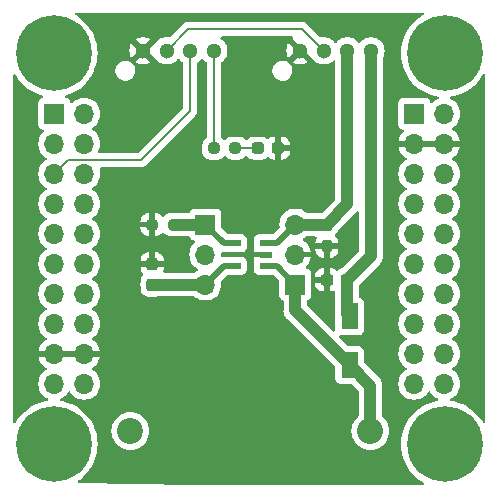
<source format=gbr>
%TF.GenerationSoftware,KiCad,Pcbnew,7.0.9*%
%TF.CreationDate,2023-12-29T11:45:24+09:00*%
%TF.ProjectId,CAT4238_Unit,43415434-3233-4385-9f55-6e69742e6b69,rev?*%
%TF.SameCoordinates,Original*%
%TF.FileFunction,Copper,L1,Top*%
%TF.FilePolarity,Positive*%
%FSLAX46Y46*%
G04 Gerber Fmt 4.6, Leading zero omitted, Abs format (unit mm)*
G04 Created by KiCad (PCBNEW 7.0.9) date 2023-12-29 11:45:24*
%MOMM*%
%LPD*%
G01*
G04 APERTURE LIST*
G04 Aperture macros list*
%AMRoundRect*
0 Rectangle with rounded corners*
0 $1 Rounding radius*
0 $2 $3 $4 $5 $6 $7 $8 $9 X,Y pos of 4 corners*
0 Add a 4 corners polygon primitive as box body*
4,1,4,$2,$3,$4,$5,$6,$7,$8,$9,$2,$3,0*
0 Add four circle primitives for the rounded corners*
1,1,$1+$1,$2,$3*
1,1,$1+$1,$4,$5*
1,1,$1+$1,$6,$7*
1,1,$1+$1,$8,$9*
0 Add four rect primitives between the rounded corners*
20,1,$1+$1,$2,$3,$4,$5,0*
20,1,$1+$1,$4,$5,$6,$7,0*
20,1,$1+$1,$6,$7,$8,$9,0*
20,1,$1+$1,$8,$9,$2,$3,0*%
G04 Aperture macros list end*
%TA.AperFunction,ComponentPad*%
%ADD10R,1.700000X1.700000*%
%TD*%
%TA.AperFunction,ComponentPad*%
%ADD11O,1.700000X1.700000*%
%TD*%
%TA.AperFunction,ComponentPad*%
%ADD12C,0.800000*%
%TD*%
%TA.AperFunction,ComponentPad*%
%ADD13C,6.400000*%
%TD*%
%TA.AperFunction,ComponentPad*%
%ADD14C,2.200000*%
%TD*%
%TA.AperFunction,ComponentPad*%
%ADD15O,2.200000X2.200000*%
%TD*%
%TA.AperFunction,ComponentPad*%
%ADD16C,1.300000*%
%TD*%
%TA.AperFunction,SMDPad,CuDef*%
%ADD17RoundRect,0.237500X0.237500X-0.300000X0.237500X0.300000X-0.237500X0.300000X-0.237500X-0.300000X0*%
%TD*%
%TA.AperFunction,SMDPad,CuDef*%
%ADD18R,1.050000X0.550000*%
%TD*%
%TA.AperFunction,SMDPad,CuDef*%
%ADD19RoundRect,0.237500X0.287500X0.237500X-0.287500X0.237500X-0.287500X-0.237500X0.287500X-0.237500X0*%
%TD*%
%TA.AperFunction,SMDPad,CuDef*%
%ADD20R,1.450000X2.200000*%
%TD*%
%TA.AperFunction,SMDPad,CuDef*%
%ADD21RoundRect,0.237500X0.250000X0.237500X-0.250000X0.237500X-0.250000X-0.237500X0.250000X-0.237500X0*%
%TD*%
%TA.AperFunction,SMDPad,CuDef*%
%ADD22RoundRect,0.237500X0.300000X0.237500X-0.300000X0.237500X-0.300000X-0.237500X0.300000X-0.237500X0*%
%TD*%
%TA.AperFunction,SMDPad,CuDef*%
%ADD23RoundRect,0.237500X-0.237500X0.250000X-0.237500X-0.250000X0.237500X-0.250000X0.237500X0.250000X0*%
%TD*%
%TA.AperFunction,Conductor*%
%ADD24C,1.000000*%
%TD*%
%TA.AperFunction,Conductor*%
%ADD25C,0.500000*%
%TD*%
%TA.AperFunction,Conductor*%
%ADD26C,0.200000*%
%TD*%
G04 APERTURE END LIST*
D10*
%TO.P,J5,1,Pin_1*%
%TO.N,+5V*%
X135890000Y-81240000D03*
D11*
%TO.P,J5,2,Pin_2*%
X138430000Y-81240000D03*
%TO.P,J5,3,Pin_3*%
%TO.N,/EN*%
X135890000Y-83780000D03*
%TO.P,J5,4,Pin_4*%
%TO.N,/IO34*%
X138430000Y-83780000D03*
%TO.P,J5,5,Pin_5*%
%TO.N,/IO32*%
X135890000Y-86320000D03*
%TO.P,J5,6,Pin_6*%
%TO.N,/IO35*%
X138430000Y-86320000D03*
%TO.P,J5,7,Pin_7*%
%TO.N,/IO25*%
X135890000Y-88860000D03*
%TO.P,J5,8,Pin_8*%
%TO.N,/IO33*%
X138430000Y-88860000D03*
%TO.P,J5,9,Pin_9*%
%TO.N,/IO27*%
X135890000Y-91400000D03*
%TO.P,J5,10,Pin_10*%
%TO.N,/IO26*%
X138430000Y-91400000D03*
%TO.P,J5,11,Pin_11*%
%TO.N,/IO12*%
X135890000Y-93940000D03*
%TO.P,J5,12,Pin_12*%
%TO.N,/IO14*%
X138430000Y-93940000D03*
%TO.P,J5,13,Pin_13*%
%TO.N,unconnected-(J5-Pin_13-Pad13)*%
X135890000Y-96480000D03*
%TO.P,J5,14,Pin_14*%
%TO.N,unconnected-(J5-Pin_14-Pad14)*%
X138430000Y-96480000D03*
%TO.P,J5,15,Pin_15*%
%TO.N,unconnected-(J5-Pin_15-Pad15)*%
X135890000Y-99020000D03*
%TO.P,J5,16,Pin_16*%
%TO.N,unconnected-(J5-Pin_16-Pad16)*%
X138430000Y-99020000D03*
%TO.P,J5,17,Pin_17*%
%TO.N,GND*%
X135890000Y-101560000D03*
%TO.P,J5,18,Pin_18*%
X138430000Y-101560000D03*
%TO.P,J5,19,Pin_19*%
%TO.N,+3V3*%
X135890000Y-104100000D03*
%TO.P,J5,20,Pin_20*%
X138430000Y-104100000D03*
%TD*%
D12*
%TO.P,H2,1*%
%TO.N,N/C*%
X133450000Y-109220000D03*
X134152944Y-107522944D03*
X134152944Y-110917056D03*
X135850000Y-106820000D03*
D13*
X135850000Y-109220000D03*
D12*
X135850000Y-111620000D03*
X137547056Y-107522944D03*
X137547056Y-110917056D03*
X138250000Y-109220000D03*
%TD*%
D14*
%TO.P,L1,1,1*%
%TO.N,+5V*%
X142340000Y-108100000D03*
D15*
%TO.P,L1,2,2*%
%TO.N,Net-(IC1-SW)*%
X162660000Y-108100000D03*
%TD*%
D12*
%TO.P,H1,1*%
%TO.N,N/C*%
X133450000Y-76120000D03*
X134152944Y-74422944D03*
X134152944Y-77817056D03*
X135850000Y-73720000D03*
D13*
X135850000Y-76120000D03*
D12*
X135850000Y-78520000D03*
X137547056Y-74422944D03*
X137547056Y-77817056D03*
X138250000Y-76120000D03*
%TD*%
D10*
%TO.P,J6,1,Pin_1*%
%TO.N,+3V3*%
X166370000Y-81240000D03*
D11*
%TO.P,J6,2,Pin_2*%
X168910000Y-81240000D03*
%TO.P,J6,3,Pin_3*%
%TO.N,GND*%
X166370000Y-83780000D03*
%TO.P,J6,4,Pin_4*%
X168910000Y-83780000D03*
%TO.P,J6,5,Pin_5*%
%TO.N,/TXD0*%
X166370000Y-86320000D03*
%TO.P,J6,6,Pin_6*%
%TO.N,/IO22*%
X168910000Y-86320000D03*
%TO.P,J6,7,Pin_7*%
%TO.N,/IO21*%
X166370000Y-88860000D03*
%TO.P,J6,8,Pin_8*%
%TO.N,/RXD0*%
X168910000Y-88860000D03*
%TO.P,J6,9,Pin_9*%
%TO.N,/IO18*%
X166370000Y-91400000D03*
%TO.P,J6,10,Pin_10*%
%TO.N,/IO19*%
X168910000Y-91400000D03*
%TO.P,J6,11,Pin_11*%
%TO.N,/IO17*%
X166370000Y-93940000D03*
%TO.P,J6,12,Pin_12*%
%TO.N,/IO5*%
X168910000Y-93940000D03*
%TO.P,J6,13,Pin_13*%
%TO.N,/IO4*%
X166370000Y-96480000D03*
%TO.P,J6,14,Pin_14*%
%TO.N,/IO16*%
X168910000Y-96480000D03*
%TO.P,J6,15,Pin_15*%
%TO.N,/IO2*%
X166370000Y-99020000D03*
%TO.P,J6,16,Pin_16*%
%TO.N,/IO0*%
X168910000Y-99020000D03*
%TO.P,J6,17,Pin_17*%
%TO.N,/IO15*%
X166370000Y-101560000D03*
%TO.P,J6,18,Pin_18*%
%TO.N,/IO13*%
X168910000Y-101560000D03*
%TO.P,J6,19,Pin_19*%
%TO.N,+5V*%
X166370000Y-104100000D03*
%TO.P,J6,20,Pin_20*%
X168910000Y-104100000D03*
%TD*%
D16*
%TO.P,J2,1,1*%
%TO.N,GND*%
X143400000Y-75900000D03*
%TO.P,J2,2,2*%
%TO.N,/IO21*%
X145400000Y-75900000D03*
%TO.P,J2,3,3*%
%TO.N,/IO32*%
X147400000Y-75900000D03*
%TO.P,J2,4,4*%
%TO.N,+5V*%
X149400000Y-75900000D03*
%TD*%
D17*
%TO.P,C2,1*%
%TO.N,+5V*%
X144175000Y-95700000D03*
%TO.P,C2,2*%
%TO.N,GND*%
X144175000Y-93975000D03*
%TD*%
D18*
%TO.P,IC1,1,SW*%
%TO.N,Net-(IC1-SW)*%
X153790000Y-94110000D03*
%TO.P,IC1,2,GND*%
%TO.N,GND*%
X153790000Y-93160000D03*
%TO.P,IC1,3,FB*%
%TO.N,/LED_-*%
X153790000Y-92210000D03*
%TO.P,IC1,4,~{SHDN}*%
%TO.N,/SHDN*%
X151190000Y-92210000D03*
%TO.P,IC1,5,VIN*%
%TO.N,+5V*%
X151190000Y-94110000D03*
%TD*%
D19*
%TO.P,D1,1,K*%
%TO.N,GND*%
X154850000Y-84150000D03*
%TO.P,D1,2,A*%
%TO.N,Net-(D1-A)*%
X153100000Y-84150000D03*
%TD*%
D20*
%TO.P,D2,1*%
%TO.N,/LED_+*%
X160900000Y-98400000D03*
%TO.P,D2,2*%
%TO.N,Net-(IC1-SW)*%
X160900000Y-102500000D03*
%TD*%
D12*
%TO.P,H3,1*%
%TO.N,N/C*%
X166550000Y-76120000D03*
X167252944Y-74422944D03*
X167252944Y-77817056D03*
X168950000Y-73720000D03*
D13*
X168950000Y-76120000D03*
D12*
X168950000Y-78520000D03*
X170647056Y-74422944D03*
X170647056Y-77817056D03*
X171350000Y-76120000D03*
%TD*%
D21*
%TO.P,R3,1*%
%TO.N,Net-(D1-A)*%
X151232500Y-84150000D03*
%TO.P,R3,2*%
%TO.N,+5V*%
X149407500Y-84150000D03*
%TD*%
D10*
%TO.P,J3,1,Pin_1*%
%TO.N,/SHDN*%
X148680000Y-90620000D03*
D11*
%TO.P,J3,2,Pin_2*%
%TO.N,unconnected-(J3-Pin_2-Pad2)*%
X148680000Y-93160000D03*
%TO.P,J3,3,Pin_3*%
%TO.N,+5V*%
X148680000Y-95700000D03*
%TD*%
D16*
%TO.P,J1,1,1*%
%TO.N,GND*%
X156700000Y-75900000D03*
%TO.P,J1,2,2*%
%TO.N,/IO21*%
X158700000Y-75900000D03*
%TO.P,J1,3,3*%
%TO.N,/LED_-*%
X160700000Y-75900000D03*
%TO.P,J1,4,4*%
%TO.N,/LED_+*%
X162700000Y-75900000D03*
%TD*%
D12*
%TO.P,H4,1*%
%TO.N,N/C*%
X166550000Y-109220000D03*
X167252944Y-107522944D03*
X167252944Y-110917056D03*
X168950000Y-106820000D03*
D13*
X168950000Y-109220000D03*
D12*
X168950000Y-111620000D03*
X170647056Y-107522944D03*
X170647056Y-110917056D03*
X171350000Y-109220000D03*
%TD*%
D21*
%TO.P,R2,1*%
%TO.N,/SHDN*%
X146000000Y-90620000D03*
%TO.P,R2,2*%
%TO.N,GND*%
X144175000Y-90620000D03*
%TD*%
D22*
%TO.P,C1,1*%
%TO.N,/LED_+*%
X160700000Y-95300000D03*
%TO.P,C1,2*%
%TO.N,GND*%
X158975000Y-95300000D03*
%TD*%
D23*
%TO.P,R1,1*%
%TO.N,/LED_-*%
X158975000Y-90625000D03*
%TO.P,R1,2*%
%TO.N,GND*%
X158975000Y-92450000D03*
%TD*%
D10*
%TO.P,J4,1,Pin_1*%
%TO.N,Net-(IC1-SW)*%
X156300000Y-95700000D03*
D11*
%TO.P,J4,2,Pin_2*%
%TO.N,GND*%
X156300000Y-93160000D03*
%TO.P,J4,3,Pin_3*%
%TO.N,/LED_-*%
X156300000Y-90620000D03*
%TD*%
D24*
%TO.N,/LED_+*%
X162700000Y-75900000D02*
X162700000Y-93300000D01*
X160700000Y-95300000D02*
X160700000Y-98200000D01*
X160700000Y-98200000D02*
X160900000Y-98400000D01*
X162700000Y-93300000D02*
X160700000Y-95300000D01*
D25*
%TO.N,Net-(IC1-SW)*%
X154710000Y-94110000D02*
X156300000Y-95700000D01*
X153790000Y-94110000D02*
X154710000Y-94110000D01*
D24*
X160900000Y-102500000D02*
X156300000Y-97900000D01*
X162660000Y-108100000D02*
X162660000Y-104260000D01*
X156300000Y-97900000D02*
X156300000Y-95700000D01*
X162660000Y-104260000D02*
X160900000Y-102500000D01*
D25*
%TO.N,/LED_-*%
X153790000Y-92210000D02*
X154710000Y-92210000D01*
X154710000Y-92210000D02*
X156300000Y-90620000D01*
D24*
X158970000Y-90620000D02*
X158975000Y-90625000D01*
X160700000Y-88900000D02*
X158975000Y-90625000D01*
X156300000Y-90620000D02*
X158970000Y-90620000D01*
X160700000Y-75900000D02*
X160700000Y-88900000D01*
%TO.N,/SHDN*%
X148680000Y-90620000D02*
X146000000Y-90620000D01*
D25*
X151190000Y-92210000D02*
X150270000Y-92210000D01*
X150270000Y-92210000D02*
X148680000Y-90620000D01*
D26*
%TO.N,/IO21*%
X158700000Y-75900000D02*
X156900000Y-74100000D01*
X147200000Y-74100000D02*
X145400000Y-75900000D01*
X156900000Y-74100000D02*
X147200000Y-74100000D01*
%TO.N,/IO32*%
X137040000Y-85170000D02*
X143230000Y-85170000D01*
X147400000Y-81000000D02*
X147400000Y-75900000D01*
X143230000Y-85170000D02*
X147400000Y-81000000D01*
X135890000Y-86320000D02*
X137040000Y-85170000D01*
%TO.N,+5V*%
X149400000Y-75900000D02*
X149400000Y-84142500D01*
D25*
X150270000Y-94110000D02*
X148680000Y-95700000D01*
D26*
X149400000Y-84142500D02*
X149407500Y-84150000D01*
D24*
X148680000Y-95700000D02*
X144175000Y-95700000D01*
D25*
X151190000Y-94110000D02*
X150270000Y-94110000D01*
D26*
%TO.N,Net-(D1-A)*%
X151232500Y-84150000D02*
X153100000Y-84150000D01*
%TD*%
%TA.AperFunction,Conductor*%
%TO.N,GND*%
G36*
X167119515Y-72690185D02*
G01*
X167165270Y-72742989D01*
X167175214Y-72812147D01*
X167146189Y-72875703D01*
X167108770Y-72904985D01*
X167097211Y-72910874D01*
X167097208Y-72910875D01*
X166771917Y-73122122D01*
X166470488Y-73366215D01*
X166470480Y-73366222D01*
X166196222Y-73640480D01*
X166196215Y-73640488D01*
X165952122Y-73941917D01*
X165740877Y-74267206D01*
X165564787Y-74612802D01*
X165425788Y-74974905D01*
X165325397Y-75349570D01*
X165325397Y-75349572D01*
X165264722Y-75732660D01*
X165244422Y-76119999D01*
X165244422Y-76120000D01*
X165264722Y-76507339D01*
X165314568Y-76822053D01*
X165325398Y-76890433D01*
X165408150Y-77199270D01*
X165425788Y-77265094D01*
X165564787Y-77627197D01*
X165740877Y-77972793D01*
X165952122Y-78298082D01*
X166043345Y-78410733D01*
X166196219Y-78599516D01*
X166470484Y-78873781D01*
X166470488Y-78873784D01*
X166771917Y-79117877D01*
X167097206Y-79329122D01*
X167097211Y-79329125D01*
X167442806Y-79505214D01*
X167804913Y-79644214D01*
X168179567Y-79744602D01*
X168332676Y-79768851D01*
X168395809Y-79798780D01*
X168432741Y-79858091D01*
X168431743Y-79927954D01*
X168393134Y-79986186D01*
X168365683Y-80003706D01*
X168232168Y-80065966D01*
X168038600Y-80201503D01*
X167916673Y-80323430D01*
X167855350Y-80356914D01*
X167785658Y-80351930D01*
X167729725Y-80310058D01*
X167712810Y-80279081D01*
X167663797Y-80147671D01*
X167663793Y-80147664D01*
X167577547Y-80032455D01*
X167577544Y-80032452D01*
X167462335Y-79946206D01*
X167462328Y-79946202D01*
X167327482Y-79895908D01*
X167327483Y-79895908D01*
X167267883Y-79889501D01*
X167267881Y-79889500D01*
X167267873Y-79889500D01*
X167267864Y-79889500D01*
X165472129Y-79889500D01*
X165472123Y-79889501D01*
X165412516Y-79895908D01*
X165277671Y-79946202D01*
X165277664Y-79946206D01*
X165162455Y-80032452D01*
X165162452Y-80032455D01*
X165076206Y-80147664D01*
X165076202Y-80147671D01*
X165025908Y-80282517D01*
X165019501Y-80342116D01*
X165019500Y-80342135D01*
X165019500Y-82137870D01*
X165019501Y-82137876D01*
X165025908Y-82197483D01*
X165076202Y-82332328D01*
X165076206Y-82332335D01*
X165162452Y-82447544D01*
X165162455Y-82447547D01*
X165277664Y-82533793D01*
X165277671Y-82533797D01*
X165277674Y-82533798D01*
X165409598Y-82583002D01*
X165465531Y-82624873D01*
X165489949Y-82690337D01*
X165475098Y-82758610D01*
X165453947Y-82786865D01*
X165331886Y-82908926D01*
X165196400Y-83102420D01*
X165196399Y-83102422D01*
X165096570Y-83316507D01*
X165096567Y-83316513D01*
X165039364Y-83529999D01*
X165039364Y-83530000D01*
X165936314Y-83530000D01*
X165910507Y-83570156D01*
X165870000Y-83708111D01*
X165870000Y-83851889D01*
X165910507Y-83989844D01*
X165936314Y-84030000D01*
X165039364Y-84030000D01*
X165096567Y-84243486D01*
X165096570Y-84243492D01*
X165196399Y-84457578D01*
X165331894Y-84651082D01*
X165498917Y-84818105D01*
X165684595Y-84948119D01*
X165728219Y-85002696D01*
X165735412Y-85072195D01*
X165703890Y-85134549D01*
X165684595Y-85151269D01*
X165498594Y-85281508D01*
X165331505Y-85448597D01*
X165195965Y-85642169D01*
X165195964Y-85642171D01*
X165096098Y-85856335D01*
X165096094Y-85856344D01*
X165034938Y-86084586D01*
X165034936Y-86084596D01*
X165014341Y-86319999D01*
X165014341Y-86320000D01*
X165034936Y-86555403D01*
X165034938Y-86555413D01*
X165096094Y-86783655D01*
X165096096Y-86783659D01*
X165096097Y-86783663D01*
X165100000Y-86792032D01*
X165195965Y-86997830D01*
X165195967Y-86997834D01*
X165304281Y-87152521D01*
X165331501Y-87191396D01*
X165331506Y-87191402D01*
X165498597Y-87358493D01*
X165498603Y-87358498D01*
X165684158Y-87488425D01*
X165727783Y-87543002D01*
X165734977Y-87612500D01*
X165703454Y-87674855D01*
X165684158Y-87691575D01*
X165498597Y-87821505D01*
X165331505Y-87988597D01*
X165195965Y-88182169D01*
X165195964Y-88182171D01*
X165096098Y-88396335D01*
X165096094Y-88396344D01*
X165034938Y-88624586D01*
X165034936Y-88624596D01*
X165014341Y-88859999D01*
X165014341Y-88860000D01*
X165034936Y-89095403D01*
X165034938Y-89095413D01*
X165096094Y-89323655D01*
X165096096Y-89323659D01*
X165096097Y-89323663D01*
X165156598Y-89453408D01*
X165195965Y-89537830D01*
X165195967Y-89537834D01*
X165278232Y-89655319D01*
X165331501Y-89731396D01*
X165331506Y-89731402D01*
X165498597Y-89898493D01*
X165498603Y-89898498D01*
X165684158Y-90028425D01*
X165727783Y-90083002D01*
X165734977Y-90152500D01*
X165703454Y-90214855D01*
X165684158Y-90231575D01*
X165498597Y-90361505D01*
X165331505Y-90528597D01*
X165195965Y-90722169D01*
X165195964Y-90722171D01*
X165096098Y-90936335D01*
X165096094Y-90936344D01*
X165034938Y-91164586D01*
X165034936Y-91164596D01*
X165014341Y-91399999D01*
X165014341Y-91400000D01*
X165034936Y-91635403D01*
X165034938Y-91635413D01*
X165096094Y-91863655D01*
X165096096Y-91863659D01*
X165096097Y-91863663D01*
X165145916Y-91970499D01*
X165195965Y-92077830D01*
X165195967Y-92077834D01*
X165281509Y-92200000D01*
X165331501Y-92271396D01*
X165331506Y-92271402D01*
X165498597Y-92438493D01*
X165498603Y-92438498D01*
X165684158Y-92568425D01*
X165727783Y-92623002D01*
X165734977Y-92692500D01*
X165703454Y-92754855D01*
X165684158Y-92771575D01*
X165498597Y-92901505D01*
X165331505Y-93068597D01*
X165195965Y-93262169D01*
X165195964Y-93262171D01*
X165113394Y-93439243D01*
X165097309Y-93473739D01*
X165096098Y-93476335D01*
X165096094Y-93476344D01*
X165034938Y-93704586D01*
X165034936Y-93704596D01*
X165014341Y-93939999D01*
X165014341Y-93940000D01*
X165034936Y-94175403D01*
X165034938Y-94175413D01*
X165096094Y-94403655D01*
X165096096Y-94403659D01*
X165096097Y-94403663D01*
X165155744Y-94531575D01*
X165195965Y-94617830D01*
X165195967Y-94617834D01*
X165288137Y-94749465D01*
X165331501Y-94811396D01*
X165331506Y-94811402D01*
X165498597Y-94978493D01*
X165498603Y-94978498D01*
X165684158Y-95108425D01*
X165727783Y-95163002D01*
X165734977Y-95232500D01*
X165703454Y-95294855D01*
X165684158Y-95311575D01*
X165498597Y-95441505D01*
X165331505Y-95608597D01*
X165195965Y-95802169D01*
X165195964Y-95802171D01*
X165096098Y-96016335D01*
X165096094Y-96016344D01*
X165034938Y-96244586D01*
X165034936Y-96244596D01*
X165014341Y-96479999D01*
X165014341Y-96480000D01*
X165034936Y-96715403D01*
X165034938Y-96715413D01*
X165096094Y-96943655D01*
X165096096Y-96943659D01*
X165096097Y-96943663D01*
X165176004Y-97115023D01*
X165195965Y-97157830D01*
X165195967Y-97157834D01*
X165261993Y-97252128D01*
X165331501Y-97351396D01*
X165331506Y-97351402D01*
X165498597Y-97518493D01*
X165498603Y-97518498D01*
X165684158Y-97648425D01*
X165727783Y-97703002D01*
X165734977Y-97772500D01*
X165703454Y-97834855D01*
X165684158Y-97851575D01*
X165498597Y-97981505D01*
X165331505Y-98148597D01*
X165195965Y-98342169D01*
X165195964Y-98342171D01*
X165096098Y-98556335D01*
X165096094Y-98556344D01*
X165034938Y-98784586D01*
X165034936Y-98784596D01*
X165014341Y-99019999D01*
X165014341Y-99020000D01*
X165034936Y-99255403D01*
X165034938Y-99255413D01*
X165096094Y-99483655D01*
X165096096Y-99483659D01*
X165096097Y-99483663D01*
X165158000Y-99616413D01*
X165195965Y-99697830D01*
X165195967Y-99697834D01*
X165304281Y-99852521D01*
X165331501Y-99891396D01*
X165331506Y-99891402D01*
X165498597Y-100058493D01*
X165498603Y-100058498D01*
X165684158Y-100188425D01*
X165727783Y-100243002D01*
X165734977Y-100312500D01*
X165703454Y-100374855D01*
X165684158Y-100391575D01*
X165498597Y-100521505D01*
X165331505Y-100688597D01*
X165195965Y-100882169D01*
X165195964Y-100882171D01*
X165096098Y-101096335D01*
X165096094Y-101096344D01*
X165034938Y-101324586D01*
X165034936Y-101324596D01*
X165014341Y-101559999D01*
X165014341Y-101560000D01*
X165034936Y-101795403D01*
X165034938Y-101795413D01*
X165096094Y-102023655D01*
X165096096Y-102023659D01*
X165096097Y-102023663D01*
X165175597Y-102194151D01*
X165195965Y-102237830D01*
X165195967Y-102237834D01*
X165210940Y-102259217D01*
X165331501Y-102431396D01*
X165331506Y-102431402D01*
X165498597Y-102598493D01*
X165498603Y-102598498D01*
X165684158Y-102728425D01*
X165727783Y-102783002D01*
X165734977Y-102852500D01*
X165703454Y-102914855D01*
X165684158Y-102931575D01*
X165498597Y-103061505D01*
X165331505Y-103228597D01*
X165195965Y-103422169D01*
X165195964Y-103422171D01*
X165096098Y-103636335D01*
X165096094Y-103636344D01*
X165034938Y-103864586D01*
X165034936Y-103864596D01*
X165014341Y-104099999D01*
X165014341Y-104100000D01*
X165034936Y-104335403D01*
X165034938Y-104335413D01*
X165096094Y-104563655D01*
X165096096Y-104563659D01*
X165096097Y-104563663D01*
X165100000Y-104572032D01*
X165195965Y-104777830D01*
X165195967Y-104777834D01*
X165304281Y-104932521D01*
X165331505Y-104971401D01*
X165498599Y-105138495D01*
X165595384Y-105206265D01*
X165692165Y-105274032D01*
X165692167Y-105274033D01*
X165692170Y-105274035D01*
X165906337Y-105373903D01*
X166134592Y-105435063D01*
X166322918Y-105451539D01*
X166369999Y-105455659D01*
X166370000Y-105455659D01*
X166370001Y-105455659D01*
X166409234Y-105452226D01*
X166605408Y-105435063D01*
X166833663Y-105373903D01*
X167047830Y-105274035D01*
X167241401Y-105138495D01*
X167408495Y-104971401D01*
X167538425Y-104785842D01*
X167593002Y-104742217D01*
X167662500Y-104735023D01*
X167724855Y-104766546D01*
X167741575Y-104785842D01*
X167871500Y-104971395D01*
X167871505Y-104971401D01*
X168038599Y-105138495D01*
X168135384Y-105206265D01*
X168232165Y-105274032D01*
X168232167Y-105274033D01*
X168232170Y-105274035D01*
X168336003Y-105322453D01*
X168365682Y-105336293D01*
X168418121Y-105382466D01*
X168437273Y-105449659D01*
X168417057Y-105516540D01*
X168363892Y-105561875D01*
X168332675Y-105571148D01*
X168179572Y-105595397D01*
X168179570Y-105595397D01*
X167804905Y-105695788D01*
X167442802Y-105834787D01*
X167097206Y-106010877D01*
X166771917Y-106222122D01*
X166470488Y-106466215D01*
X166470480Y-106466222D01*
X166196222Y-106740480D01*
X166196215Y-106740488D01*
X165952122Y-107041917D01*
X165740877Y-107367206D01*
X165564787Y-107712802D01*
X165425788Y-108074905D01*
X165325397Y-108449570D01*
X165325397Y-108449572D01*
X165264722Y-108832660D01*
X165244422Y-109219999D01*
X165244422Y-109220000D01*
X165264722Y-109607339D01*
X165325397Y-109990427D01*
X165325397Y-109990429D01*
X165425788Y-110365094D01*
X165564787Y-110727197D01*
X165740877Y-111072793D01*
X165952122Y-111398082D01*
X165952124Y-111398084D01*
X166196219Y-111699516D01*
X166470484Y-111973781D01*
X166470488Y-111973784D01*
X166771917Y-112217877D01*
X167097208Y-112429124D01*
X167097211Y-112429125D01*
X167108770Y-112435015D01*
X167159566Y-112482989D01*
X167176362Y-112550809D01*
X167153825Y-112616944D01*
X167099111Y-112660397D01*
X167052476Y-112669500D01*
X147669500Y-112669500D01*
X138005057Y-112503280D01*
X137938366Y-112482445D01*
X137893525Y-112428862D01*
X137884773Y-112359543D01*
X137914886Y-112296496D01*
X137939654Y-112275303D01*
X138028082Y-112217877D01*
X138028084Y-112217876D01*
X138329516Y-111973781D01*
X138603781Y-111699516D01*
X138847876Y-111398084D01*
X139059125Y-111072789D01*
X139235214Y-110727194D01*
X139374214Y-110365087D01*
X139474602Y-109990433D01*
X139535278Y-109607338D01*
X139555578Y-109220000D01*
X139535278Y-108832662D01*
X139474602Y-108449567D01*
X139380936Y-108100000D01*
X140734551Y-108100000D01*
X140754317Y-108351151D01*
X140813126Y-108596110D01*
X140909533Y-108828859D01*
X141041160Y-109043653D01*
X141041161Y-109043656D01*
X141041164Y-109043659D01*
X141204776Y-109235224D01*
X141353066Y-109361875D01*
X141396343Y-109398838D01*
X141396346Y-109398839D01*
X141611140Y-109530466D01*
X141843889Y-109626873D01*
X142088852Y-109685683D01*
X142340000Y-109705449D01*
X142591148Y-109685683D01*
X142836111Y-109626873D01*
X143068859Y-109530466D01*
X143283659Y-109398836D01*
X143475224Y-109235224D01*
X143638836Y-109043659D01*
X143770466Y-108828859D01*
X143866873Y-108596111D01*
X143925683Y-108351148D01*
X143945449Y-108100000D01*
X143925683Y-107848852D01*
X143866873Y-107603889D01*
X143789125Y-107416188D01*
X143770466Y-107371140D01*
X143638839Y-107156346D01*
X143638838Y-107156343D01*
X143601875Y-107113066D01*
X143475224Y-106964776D01*
X143315463Y-106828327D01*
X143283656Y-106801161D01*
X143283653Y-106801160D01*
X143068859Y-106669533D01*
X142836110Y-106573126D01*
X142591151Y-106514317D01*
X142340000Y-106494551D01*
X142088848Y-106514317D01*
X141843889Y-106573126D01*
X141611140Y-106669533D01*
X141396346Y-106801160D01*
X141396343Y-106801161D01*
X141204776Y-106964776D01*
X141041161Y-107156343D01*
X141041160Y-107156346D01*
X140909533Y-107371140D01*
X140813126Y-107603889D01*
X140754317Y-107848848D01*
X140734551Y-108100000D01*
X139380936Y-108100000D01*
X139374214Y-108074913D01*
X139235214Y-107712806D01*
X139059125Y-107367211D01*
X139059122Y-107367207D01*
X139059122Y-107367206D01*
X138847877Y-107041917D01*
X138700226Y-106859584D01*
X138603781Y-106740484D01*
X138329516Y-106466219D01*
X138028084Y-106222124D01*
X138028082Y-106222122D01*
X137702793Y-106010877D01*
X137357197Y-105834787D01*
X136995094Y-105695788D01*
X136995087Y-105695786D01*
X136620433Y-105595398D01*
X136620429Y-105595397D01*
X136620428Y-105595397D01*
X136467324Y-105571148D01*
X136404189Y-105541219D01*
X136367258Y-105481907D01*
X136368256Y-105412045D01*
X136406866Y-105353812D01*
X136434315Y-105336294D01*
X136567830Y-105274035D01*
X136761401Y-105138495D01*
X136928495Y-104971401D01*
X137058425Y-104785842D01*
X137113002Y-104742217D01*
X137182500Y-104735023D01*
X137244855Y-104766546D01*
X137261575Y-104785842D01*
X137391500Y-104971395D01*
X137391505Y-104971401D01*
X137558599Y-105138495D01*
X137655384Y-105206265D01*
X137752165Y-105274032D01*
X137752167Y-105274033D01*
X137752170Y-105274035D01*
X137966337Y-105373903D01*
X138194592Y-105435063D01*
X138382918Y-105451539D01*
X138429999Y-105455659D01*
X138430000Y-105455659D01*
X138430001Y-105455659D01*
X138469234Y-105452226D01*
X138665408Y-105435063D01*
X138893663Y-105373903D01*
X139107830Y-105274035D01*
X139301401Y-105138495D01*
X139468495Y-104971401D01*
X139604035Y-104777830D01*
X139703903Y-104563663D01*
X139765063Y-104335408D01*
X139785659Y-104100000D01*
X139765063Y-103864592D01*
X139717076Y-103685500D01*
X139703905Y-103636344D01*
X139703904Y-103636343D01*
X139703903Y-103636337D01*
X139604035Y-103422171D01*
X139598425Y-103414158D01*
X139468494Y-103228597D01*
X139301402Y-103061506D01*
X139301401Y-103061505D01*
X139115405Y-102931269D01*
X139071781Y-102876692D01*
X139064588Y-102807193D01*
X139096110Y-102744839D01*
X139115405Y-102728119D01*
X139301082Y-102598105D01*
X139468105Y-102431082D01*
X139603600Y-102237578D01*
X139703429Y-102023492D01*
X139703432Y-102023486D01*
X139760636Y-101810000D01*
X138863686Y-101810000D01*
X138889493Y-101769844D01*
X138930000Y-101631889D01*
X138930000Y-101488111D01*
X138889493Y-101350156D01*
X138863686Y-101310000D01*
X139760636Y-101310000D01*
X139760635Y-101309999D01*
X139703432Y-101096513D01*
X139703429Y-101096507D01*
X139603600Y-100882422D01*
X139603599Y-100882420D01*
X139468113Y-100688926D01*
X139468108Y-100688920D01*
X139301078Y-100521890D01*
X139115405Y-100391879D01*
X139071780Y-100337302D01*
X139064588Y-100267804D01*
X139096110Y-100205449D01*
X139115406Y-100188730D01*
X139170474Y-100150171D01*
X139301401Y-100058495D01*
X139468495Y-99891401D01*
X139604035Y-99697830D01*
X139703903Y-99483663D01*
X139765063Y-99255408D01*
X139785659Y-99020000D01*
X139765063Y-98784592D01*
X139703903Y-98556337D01*
X139604035Y-98342171D01*
X139598425Y-98334158D01*
X139468494Y-98148597D01*
X139301402Y-97981506D01*
X139301396Y-97981501D01*
X139115842Y-97851575D01*
X139072217Y-97796998D01*
X139065023Y-97727500D01*
X139096546Y-97665145D01*
X139115842Y-97648425D01*
X139138026Y-97632891D01*
X139301401Y-97518495D01*
X139468495Y-97351401D01*
X139604035Y-97157830D01*
X139703903Y-96943663D01*
X139765063Y-96715408D01*
X139785659Y-96480000D01*
X139765063Y-96244592D01*
X139703903Y-96016337D01*
X139604035Y-95802171D01*
X139598425Y-95794158D01*
X139568161Y-95750936D01*
X143170631Y-95750936D01*
X143198070Y-95930051D01*
X143199500Y-95948827D01*
X143199500Y-96049168D01*
X143199501Y-96049187D01*
X143209825Y-96150252D01*
X143229774Y-96210453D01*
X143264092Y-96314016D01*
X143354660Y-96460850D01*
X143476650Y-96582840D01*
X143623484Y-96673408D01*
X143787247Y-96727674D01*
X143888323Y-96738000D01*
X144461676Y-96737999D01*
X144461684Y-96737998D01*
X144461687Y-96737998D01*
X144517030Y-96732344D01*
X144562753Y-96727674D01*
X144625765Y-96706793D01*
X144664768Y-96700500D01*
X147719242Y-96700500D01*
X147786281Y-96720185D01*
X147806923Y-96736819D01*
X147808599Y-96738495D01*
X147899965Y-96802470D01*
X148002165Y-96874032D01*
X148002167Y-96874033D01*
X148002170Y-96874035D01*
X148216337Y-96973903D01*
X148444592Y-97035063D01*
X148632918Y-97051539D01*
X148679999Y-97055659D01*
X148680000Y-97055659D01*
X148680001Y-97055659D01*
X148719234Y-97052226D01*
X148915408Y-97035063D01*
X149143663Y-96973903D01*
X149357830Y-96874035D01*
X149551401Y-96738495D01*
X149718495Y-96571401D01*
X149854035Y-96377830D01*
X149953903Y-96163663D01*
X150015063Y-95935408D01*
X150035659Y-95700000D01*
X150017022Y-95486984D01*
X150030788Y-95418485D01*
X150052865Y-95388500D01*
X150519886Y-94921480D01*
X150581205Y-94887998D01*
X150614227Y-94885343D01*
X150617091Y-94885496D01*
X150617127Y-94885500D01*
X151762872Y-94885499D01*
X151822483Y-94879091D01*
X151957331Y-94828796D01*
X152072546Y-94742546D01*
X152158796Y-94627331D01*
X152209091Y-94492483D01*
X152215500Y-94432873D01*
X152215499Y-93787128D01*
X152209091Y-93727517D01*
X152209055Y-93727421D01*
X152158797Y-93592671D01*
X152158793Y-93592664D01*
X152072547Y-93477455D01*
X152072544Y-93477452D01*
X151957335Y-93391206D01*
X151957328Y-93391202D01*
X151822482Y-93340908D01*
X151822483Y-93340908D01*
X151762883Y-93334501D01*
X151762881Y-93334500D01*
X151762873Y-93334500D01*
X151762864Y-93334500D01*
X150617129Y-93334500D01*
X150617123Y-93334501D01*
X150557518Y-93340908D01*
X150538547Y-93347984D01*
X150528632Y-93351682D01*
X150485300Y-93359500D01*
X150333705Y-93359500D01*
X150315735Y-93358191D01*
X150291972Y-93354710D01*
X150246533Y-93358686D01*
X150239931Y-93359264D01*
X150234530Y-93359500D01*
X150226289Y-93359500D01*
X150204579Y-93362037D01*
X150193724Y-93363306D01*
X150185825Y-93363997D01*
X150163730Y-93365930D01*
X150095230Y-93352163D01*
X150045047Y-93303548D01*
X150029114Y-93235519D01*
X150029395Y-93231594D01*
X150035659Y-93160000D01*
X150035659Y-93159999D01*
X150029697Y-93091857D01*
X150043463Y-93023357D01*
X150092078Y-92973174D01*
X150160107Y-92957240D01*
X150181820Y-92960391D01*
X150182279Y-92960500D01*
X150182288Y-92960500D01*
X150189452Y-92961338D01*
X150189444Y-92961397D01*
X150196945Y-92962164D01*
X150196951Y-92962105D01*
X150204140Y-92962734D01*
X150204144Y-92962733D01*
X150204145Y-92962734D01*
X150280918Y-92960500D01*
X150485300Y-92960500D01*
X150528632Y-92968317D01*
X150557517Y-92979091D01*
X150617127Y-92985500D01*
X151762872Y-92985499D01*
X151822483Y-92979091D01*
X151957331Y-92928796D01*
X152072546Y-92842546D01*
X152158796Y-92727331D01*
X152209091Y-92592483D01*
X152215500Y-92532873D01*
X152215499Y-91887128D01*
X152209091Y-91827517D01*
X152202407Y-91809597D01*
X152158797Y-91692671D01*
X152158793Y-91692664D01*
X152072547Y-91577455D01*
X152072544Y-91577452D01*
X151957335Y-91491206D01*
X151957328Y-91491202D01*
X151822482Y-91440908D01*
X151822483Y-91440908D01*
X151762883Y-91434501D01*
X151762881Y-91434500D01*
X151762873Y-91434500D01*
X151762864Y-91434500D01*
X150617122Y-91434500D01*
X150614187Y-91434658D01*
X150546192Y-91418582D01*
X150519883Y-91398516D01*
X150066818Y-90945451D01*
X150033333Y-90884128D01*
X150030499Y-90857770D01*
X150030499Y-89722129D01*
X150030498Y-89722123D01*
X150029097Y-89709093D01*
X150024091Y-89662517D01*
X150021406Y-89655319D01*
X149973797Y-89527671D01*
X149973793Y-89527664D01*
X149887547Y-89412455D01*
X149887544Y-89412452D01*
X149772335Y-89326206D01*
X149772328Y-89326202D01*
X149637482Y-89275908D01*
X149637483Y-89275908D01*
X149577883Y-89269501D01*
X149577881Y-89269500D01*
X149577873Y-89269500D01*
X149577864Y-89269500D01*
X147782129Y-89269500D01*
X147782123Y-89269501D01*
X147722516Y-89275908D01*
X147587671Y-89326202D01*
X147587664Y-89326206D01*
X147472455Y-89412452D01*
X147472452Y-89412455D01*
X147386206Y-89527664D01*
X147386204Y-89527668D01*
X147386204Y-89527669D01*
X147382039Y-89538834D01*
X147340171Y-89594766D01*
X147274707Y-89619184D01*
X147265859Y-89619500D01*
X145949257Y-89619500D01*
X145797563Y-89634925D01*
X145797555Y-89634927D01*
X145785167Y-89638814D01*
X145748051Y-89644500D01*
X145700832Y-89644500D01*
X145700812Y-89644501D01*
X145599747Y-89654825D01*
X145435984Y-89709092D01*
X145435981Y-89709093D01*
X145289151Y-89799659D01*
X145174827Y-89913983D01*
X145113504Y-89947467D01*
X145043812Y-89942483D01*
X144999465Y-89913982D01*
X144885538Y-89800055D01*
X144885534Y-89800052D01*
X144738811Y-89709551D01*
X144738800Y-89709546D01*
X144575152Y-89655319D01*
X144474154Y-89645000D01*
X144425000Y-89645000D01*
X144425000Y-91594999D01*
X144474140Y-91594999D01*
X144474154Y-91594998D01*
X144575152Y-91584680D01*
X144738800Y-91530453D01*
X144738811Y-91530448D01*
X144885533Y-91439948D01*
X144999464Y-91326017D01*
X145060787Y-91292532D01*
X145130479Y-91297516D01*
X145174827Y-91326017D01*
X145289150Y-91440340D01*
X145435984Y-91530908D01*
X145599747Y-91585174D01*
X145700823Y-91595500D01*
X145763992Y-91595499D01*
X145788953Y-91598036D01*
X145898259Y-91620500D01*
X147265859Y-91620500D01*
X147332898Y-91640185D01*
X147378653Y-91692989D01*
X147382030Y-91701140D01*
X147386204Y-91712331D01*
X147386205Y-91712332D01*
X147386206Y-91712335D01*
X147472452Y-91827544D01*
X147472455Y-91827547D01*
X147587664Y-91913793D01*
X147587671Y-91913797D01*
X147719081Y-91962810D01*
X147775015Y-92004681D01*
X147799432Y-92070145D01*
X147784580Y-92138418D01*
X147763430Y-92166673D01*
X147641503Y-92288600D01*
X147505965Y-92482169D01*
X147505964Y-92482171D01*
X147406098Y-92696335D01*
X147406094Y-92696344D01*
X147344938Y-92924586D01*
X147344936Y-92924596D01*
X147324341Y-93159999D01*
X147324341Y-93160000D01*
X147344936Y-93395403D01*
X147344938Y-93395413D01*
X147406094Y-93623655D01*
X147406096Y-93623659D01*
X147406097Y-93623663D01*
X147482750Y-93788045D01*
X147505965Y-93837830D01*
X147505967Y-93837834D01*
X147641501Y-94031395D01*
X147641506Y-94031402D01*
X147808597Y-94198493D01*
X147808603Y-94198498D01*
X147994158Y-94328425D01*
X148037783Y-94383002D01*
X148044977Y-94452500D01*
X148013454Y-94514855D01*
X147994158Y-94531575D01*
X147808597Y-94661505D01*
X147806922Y-94663181D01*
X147806000Y-94663684D01*
X147804449Y-94664986D01*
X147804187Y-94664674D01*
X147745599Y-94696666D01*
X147719241Y-94699500D01*
X145220491Y-94699500D01*
X145153452Y-94679815D01*
X145107697Y-94627011D01*
X145097753Y-94557853D01*
X145102785Y-94536496D01*
X145139680Y-94425151D01*
X145149999Y-94324154D01*
X145150000Y-94324141D01*
X145150000Y-94225000D01*
X143200001Y-94225000D01*
X143200001Y-94324154D01*
X143210319Y-94425152D01*
X143264546Y-94588800D01*
X143264551Y-94588811D01*
X143355052Y-94735534D01*
X143355055Y-94735538D01*
X143368982Y-94749465D01*
X143402467Y-94810788D01*
X143397483Y-94880480D01*
X143368984Y-94924825D01*
X143354661Y-94939148D01*
X143264093Y-95085981D01*
X143264092Y-95085984D01*
X143209826Y-95249747D01*
X143209826Y-95249748D01*
X143209825Y-95249748D01*
X143199500Y-95350815D01*
X143199500Y-95460226D01*
X143195542Y-95491306D01*
X143180937Y-95547712D01*
X143170631Y-95750936D01*
X139568161Y-95750936D01*
X139468494Y-95608597D01*
X139301402Y-95441506D01*
X139301396Y-95441501D01*
X139115842Y-95311575D01*
X139072217Y-95256998D01*
X139065023Y-95187500D01*
X139096546Y-95125145D01*
X139115842Y-95108425D01*
X139251630Y-95013345D01*
X139301401Y-94978495D01*
X139468495Y-94811401D01*
X139604035Y-94617830D01*
X139703903Y-94403663D01*
X139765063Y-94175408D01*
X139785659Y-93940000D01*
X139766849Y-93725000D01*
X143200000Y-93725000D01*
X143925000Y-93725000D01*
X143925000Y-92937500D01*
X144425000Y-92937500D01*
X144425000Y-93725000D01*
X145149999Y-93725000D01*
X145149999Y-93625860D01*
X145149998Y-93625845D01*
X145139680Y-93524847D01*
X145085453Y-93361199D01*
X145085448Y-93361188D01*
X144994947Y-93214465D01*
X144994944Y-93214461D01*
X144873038Y-93092555D01*
X144873034Y-93092552D01*
X144726311Y-93002051D01*
X144726300Y-93002046D01*
X144562652Y-92947819D01*
X144461654Y-92937500D01*
X144425000Y-92937500D01*
X143925000Y-92937500D01*
X143888361Y-92937500D01*
X143888343Y-92937501D01*
X143787347Y-92947819D01*
X143623699Y-93002046D01*
X143623688Y-93002051D01*
X143476965Y-93092552D01*
X143476961Y-93092555D01*
X143355055Y-93214461D01*
X143355052Y-93214465D01*
X143264551Y-93361188D01*
X143264546Y-93361199D01*
X143210319Y-93524847D01*
X143200000Y-93625845D01*
X143200000Y-93725000D01*
X139766849Y-93725000D01*
X139765063Y-93704592D01*
X139703903Y-93476337D01*
X139604035Y-93262171D01*
X139598425Y-93254158D01*
X139468494Y-93068597D01*
X139301402Y-92901506D01*
X139301396Y-92901501D01*
X139115842Y-92771575D01*
X139072217Y-92716998D01*
X139065023Y-92647500D01*
X139096546Y-92585145D01*
X139115842Y-92568425D01*
X139166628Y-92532864D01*
X139301401Y-92438495D01*
X139468495Y-92271401D01*
X139604035Y-92077830D01*
X139703903Y-91863663D01*
X139765063Y-91635408D01*
X139785659Y-91400000D01*
X139765063Y-91164592D01*
X139703903Y-90936337D01*
X139672969Y-90870000D01*
X143187501Y-90870000D01*
X143187501Y-90906654D01*
X143197819Y-91007652D01*
X143252046Y-91171300D01*
X143252051Y-91171311D01*
X143342552Y-91318034D01*
X143342555Y-91318038D01*
X143464461Y-91439944D01*
X143464465Y-91439947D01*
X143611188Y-91530448D01*
X143611199Y-91530453D01*
X143774847Y-91584680D01*
X143875851Y-91594999D01*
X143924999Y-91594998D01*
X143925000Y-91594998D01*
X143925000Y-90870000D01*
X143187501Y-90870000D01*
X139672969Y-90870000D01*
X139604035Y-90722171D01*
X139598425Y-90714158D01*
X139468494Y-90528597D01*
X139309896Y-90370000D01*
X143187500Y-90370000D01*
X143925000Y-90370000D01*
X143925000Y-89645000D01*
X143924999Y-89644999D01*
X143875861Y-89645000D01*
X143875843Y-89645001D01*
X143774847Y-89655319D01*
X143611199Y-89709546D01*
X143611188Y-89709551D01*
X143464465Y-89800052D01*
X143464461Y-89800055D01*
X143342555Y-89921961D01*
X143342552Y-89921965D01*
X143252051Y-90068688D01*
X143252046Y-90068699D01*
X143197819Y-90232347D01*
X143187500Y-90333345D01*
X143187500Y-90370000D01*
X139309896Y-90370000D01*
X139301402Y-90361506D01*
X139301396Y-90361501D01*
X139115842Y-90231575D01*
X139072217Y-90176998D01*
X139065023Y-90107500D01*
X139096546Y-90045145D01*
X139115842Y-90028425D01*
X139138026Y-90012891D01*
X139301401Y-89898495D01*
X139468495Y-89731401D01*
X139604035Y-89537830D01*
X139703903Y-89323663D01*
X139765063Y-89095408D01*
X139785659Y-88860000D01*
X139765063Y-88624592D01*
X139703903Y-88396337D01*
X139604035Y-88182171D01*
X139598425Y-88174158D01*
X139468494Y-87988597D01*
X139301402Y-87821506D01*
X139301396Y-87821501D01*
X139115842Y-87691575D01*
X139072217Y-87636998D01*
X139065023Y-87567500D01*
X139096546Y-87505145D01*
X139115842Y-87488425D01*
X139138026Y-87472891D01*
X139301401Y-87358495D01*
X139468495Y-87191401D01*
X139604035Y-86997830D01*
X139703903Y-86783663D01*
X139765063Y-86555408D01*
X139785659Y-86320000D01*
X139765063Y-86084592D01*
X139722728Y-85926593D01*
X139724391Y-85856743D01*
X139763554Y-85798881D01*
X139827782Y-85771377D01*
X139842503Y-85770500D01*
X143186572Y-85770500D01*
X143194670Y-85771030D01*
X143230000Y-85775682D01*
X143230001Y-85775682D01*
X143282254Y-85768802D01*
X143386762Y-85755044D01*
X143532841Y-85694536D01*
X143658282Y-85598282D01*
X143679983Y-85569999D01*
X143685311Y-85563922D01*
X147793922Y-81455311D01*
X147799999Y-81449983D01*
X147828282Y-81428282D01*
X147924536Y-81302841D01*
X147985044Y-81156762D01*
X148005683Y-81000000D01*
X148001031Y-80964665D01*
X148000500Y-80956563D01*
X148000500Y-76950437D01*
X148020185Y-76883398D01*
X148059222Y-76845010D01*
X148096302Y-76822052D01*
X148253872Y-76678407D01*
X148301046Y-76615938D01*
X148357155Y-76574303D01*
X148426867Y-76569612D01*
X148488049Y-76603354D01*
X148498954Y-76615939D01*
X148546127Y-76678406D01*
X148703699Y-76822053D01*
X148706130Y-76823558D01*
X148740777Y-76845010D01*
X148787412Y-76897036D01*
X148799500Y-76950437D01*
X148799500Y-83197014D01*
X148779815Y-83264053D01*
X148740598Y-83302552D01*
X148696650Y-83329659D01*
X148574661Y-83451648D01*
X148484093Y-83598481D01*
X148484091Y-83598486D01*
X148456719Y-83681088D01*
X148429826Y-83762247D01*
X148429826Y-83762248D01*
X148429825Y-83762248D01*
X148419500Y-83863315D01*
X148419500Y-84436669D01*
X148419501Y-84436687D01*
X148429825Y-84537752D01*
X148466109Y-84647249D01*
X148484020Y-84701300D01*
X148484092Y-84701515D01*
X148484093Y-84701518D01*
X148514306Y-84750500D01*
X148574660Y-84848350D01*
X148696650Y-84970340D01*
X148843484Y-85060908D01*
X149007247Y-85115174D01*
X149108323Y-85125500D01*
X149706676Y-85125499D01*
X149706684Y-85125498D01*
X149706687Y-85125498D01*
X149762030Y-85119844D01*
X149807753Y-85115174D01*
X149971516Y-85060908D01*
X150118350Y-84970340D01*
X150232319Y-84856371D01*
X150293642Y-84822886D01*
X150363334Y-84827870D01*
X150407681Y-84856371D01*
X150521650Y-84970340D01*
X150668484Y-85060908D01*
X150832247Y-85115174D01*
X150933323Y-85125500D01*
X151531676Y-85125499D01*
X151531684Y-85125498D01*
X151531687Y-85125498D01*
X151587030Y-85119844D01*
X151632753Y-85115174D01*
X151796516Y-85060908D01*
X151943350Y-84970340D01*
X152059819Y-84853871D01*
X152121142Y-84820386D01*
X152190834Y-84825370D01*
X152235181Y-84853871D01*
X152351650Y-84970340D01*
X152498484Y-85060908D01*
X152662247Y-85115174D01*
X152763323Y-85125500D01*
X153436676Y-85125499D01*
X153436684Y-85125498D01*
X153436687Y-85125498D01*
X153492030Y-85119844D01*
X153537753Y-85115174D01*
X153701516Y-85060908D01*
X153848350Y-84970340D01*
X153887673Y-84931016D01*
X153948994Y-84897532D01*
X154018685Y-84902516D01*
X154063034Y-84931017D01*
X154101961Y-84969944D01*
X154101965Y-84969947D01*
X154248688Y-85060448D01*
X154248699Y-85060453D01*
X154412347Y-85114680D01*
X154513351Y-85124999D01*
X154600000Y-85124998D01*
X154600000Y-84400000D01*
X155100000Y-84400000D01*
X155100000Y-85124999D01*
X155186640Y-85124999D01*
X155186654Y-85124998D01*
X155287652Y-85114680D01*
X155451300Y-85060453D01*
X155451311Y-85060448D01*
X155598034Y-84969947D01*
X155598038Y-84969944D01*
X155719944Y-84848038D01*
X155719947Y-84848034D01*
X155810448Y-84701311D01*
X155810453Y-84701300D01*
X155864680Y-84537652D01*
X155874999Y-84436654D01*
X155875000Y-84436641D01*
X155875000Y-84400000D01*
X155100000Y-84400000D01*
X154600000Y-84400000D01*
X154600000Y-83175000D01*
X155100000Y-83175000D01*
X155100000Y-83900000D01*
X155874999Y-83900000D01*
X155874999Y-83863360D01*
X155874998Y-83863345D01*
X155864680Y-83762347D01*
X155810453Y-83598699D01*
X155810448Y-83598688D01*
X155719947Y-83451965D01*
X155719944Y-83451961D01*
X155598038Y-83330055D01*
X155598034Y-83330052D01*
X155451311Y-83239551D01*
X155451300Y-83239546D01*
X155287652Y-83185319D01*
X155186654Y-83175000D01*
X155100000Y-83175000D01*
X154600000Y-83175000D01*
X154599999Y-83174999D01*
X154513360Y-83175000D01*
X154513343Y-83175001D01*
X154412347Y-83185319D01*
X154248699Y-83239546D01*
X154248688Y-83239551D01*
X154101965Y-83330052D01*
X154101961Y-83330055D01*
X154063033Y-83368983D01*
X154001710Y-83402468D01*
X153932018Y-83397482D01*
X153887672Y-83368982D01*
X153848351Y-83329661D01*
X153848350Y-83329660D01*
X153705180Y-83241352D01*
X153701518Y-83239093D01*
X153701513Y-83239091D01*
X153700069Y-83238612D01*
X153537753Y-83184826D01*
X153537751Y-83184825D01*
X153436678Y-83174500D01*
X152763330Y-83174500D01*
X152763312Y-83174501D01*
X152662247Y-83184825D01*
X152498484Y-83239092D01*
X152498481Y-83239093D01*
X152351648Y-83329661D01*
X152235181Y-83446129D01*
X152173858Y-83479614D01*
X152104166Y-83474630D01*
X152059819Y-83446129D01*
X151943351Y-83329661D01*
X151943350Y-83329660D01*
X151800180Y-83241352D01*
X151796518Y-83239093D01*
X151796513Y-83239091D01*
X151795069Y-83238612D01*
X151632753Y-83184826D01*
X151632751Y-83184825D01*
X151531678Y-83174500D01*
X150933330Y-83174500D01*
X150933312Y-83174501D01*
X150832247Y-83184825D01*
X150668484Y-83239092D01*
X150668481Y-83239093D01*
X150521648Y-83329661D01*
X150407681Y-83443629D01*
X150346358Y-83477114D01*
X150276666Y-83472130D01*
X150232319Y-83443629D01*
X150118349Y-83329659D01*
X150059402Y-83293300D01*
X150012678Y-83241352D01*
X150000500Y-83187762D01*
X150000500Y-77553685D01*
X154345740Y-77553685D01*
X154355755Y-77738406D01*
X154355755Y-77738411D01*
X154405244Y-77916656D01*
X154405247Y-77916662D01*
X154491898Y-78080102D01*
X154554540Y-78153850D01*
X154611663Y-78221100D01*
X154758936Y-78333054D01*
X154926833Y-78410732D01*
X154926834Y-78410732D01*
X154926836Y-78410733D01*
X154981648Y-78422797D01*
X155107503Y-78450500D01*
X155107506Y-78450500D01*
X155246107Y-78450500D01*
X155246113Y-78450500D01*
X155383910Y-78435514D01*
X155559221Y-78376444D01*
X155717736Y-78281070D01*
X155852041Y-78153849D01*
X155955858Y-78000730D01*
X156024331Y-77828875D01*
X156054260Y-77646317D01*
X156044245Y-77461593D01*
X155994754Y-77283341D01*
X155908100Y-77119896D01*
X155845460Y-77046151D01*
X155788337Y-76978900D01*
X155641064Y-76866946D01*
X155473167Y-76789268D01*
X155473163Y-76789266D01*
X155292497Y-76749500D01*
X155153887Y-76749500D01*
X155153883Y-76749500D01*
X155016088Y-76764486D01*
X154840776Y-76823557D01*
X154840774Y-76823558D01*
X154682262Y-76918931D01*
X154682261Y-76918932D01*
X154547959Y-77046149D01*
X154444138Y-77199276D01*
X154375669Y-77371122D01*
X154345740Y-77553685D01*
X150000500Y-77553685D01*
X150000500Y-76950437D01*
X150020185Y-76883398D01*
X150059222Y-76845010D01*
X150096302Y-76822052D01*
X150253872Y-76678407D01*
X150382366Y-76508255D01*
X150385979Y-76500999D01*
X150477403Y-76317394D01*
X150477403Y-76317393D01*
X150477405Y-76317389D01*
X150535756Y-76112310D01*
X150555429Y-75900000D01*
X150535756Y-75687690D01*
X150477405Y-75482611D01*
X150477403Y-75482606D01*
X150477403Y-75482605D01*
X150382367Y-75291746D01*
X150253872Y-75121593D01*
X150096302Y-74977948D01*
X150096299Y-74977946D01*
X150096298Y-74977945D01*
X150018746Y-74929927D01*
X149972110Y-74877899D01*
X149961006Y-74808917D01*
X149988959Y-74744883D01*
X150047094Y-74706127D01*
X150084023Y-74700500D01*
X156016926Y-74700500D01*
X156083965Y-74720185D01*
X156129720Y-74772989D01*
X156139664Y-74842147D01*
X156110639Y-74905703D01*
X156083016Y-74929234D01*
X156082992Y-74929438D01*
X156655599Y-75502046D01*
X156574852Y-75514835D01*
X156461955Y-75572359D01*
X156372359Y-75661955D01*
X156314835Y-75774852D01*
X156302046Y-75855600D01*
X155726835Y-75280389D01*
X155718056Y-75292015D01*
X155623066Y-75482783D01*
X155623058Y-75482803D01*
X155564738Y-75687780D01*
X155564737Y-75687783D01*
X155545073Y-75899999D01*
X155545073Y-75900000D01*
X155564737Y-76112216D01*
X155564738Y-76112219D01*
X155623058Y-76317196D01*
X155623066Y-76317216D01*
X155718060Y-76507990D01*
X155726834Y-76519609D01*
X155726835Y-76519609D01*
X156302046Y-75944399D01*
X156314835Y-76025148D01*
X156372359Y-76138045D01*
X156461955Y-76227641D01*
X156574852Y-76285165D01*
X156655599Y-76297953D01*
X156082991Y-76870560D01*
X156082992Y-76870561D01*
X156185201Y-76933845D01*
X156185210Y-76933850D01*
X156383936Y-77010836D01*
X156383941Y-77010837D01*
X156593439Y-77050000D01*
X156806561Y-77050000D01*
X157016058Y-77010837D01*
X157016063Y-77010836D01*
X157214789Y-76933850D01*
X157214793Y-76933848D01*
X157317007Y-76870560D01*
X156744401Y-76297953D01*
X156825148Y-76285165D01*
X156938045Y-76227641D01*
X157027641Y-76138045D01*
X157085165Y-76025148D01*
X157097953Y-75944400D01*
X157679327Y-76525774D01*
X157724766Y-76535758D01*
X157764063Y-76569736D01*
X157846128Y-76678407D01*
X158003698Y-76822052D01*
X158184981Y-76934298D01*
X158383802Y-77011321D01*
X158593390Y-77050500D01*
X158593392Y-77050500D01*
X158806608Y-77050500D01*
X158806610Y-77050500D01*
X159016198Y-77011321D01*
X159215019Y-76934298D01*
X159396302Y-76822052D01*
X159491962Y-76734845D01*
X159554765Y-76704229D01*
X159624153Y-76712426D01*
X159678093Y-76756836D01*
X159699461Y-76823358D01*
X159699500Y-76826483D01*
X159699500Y-88434217D01*
X159679815Y-88501256D01*
X159663181Y-88521898D01*
X158601899Y-89583181D01*
X158540576Y-89616666D01*
X158514218Y-89619500D01*
X157260758Y-89619500D01*
X157193719Y-89599815D01*
X157173077Y-89583181D01*
X157171402Y-89581506D01*
X157171395Y-89581501D01*
X156977834Y-89445967D01*
X156977830Y-89445965D01*
X156921007Y-89419468D01*
X156763663Y-89346097D01*
X156763659Y-89346096D01*
X156763655Y-89346094D01*
X156535413Y-89284938D01*
X156535403Y-89284936D01*
X156300001Y-89264341D01*
X156299999Y-89264341D01*
X156064596Y-89284936D01*
X156064586Y-89284938D01*
X155836344Y-89346094D01*
X155836335Y-89346098D01*
X155622171Y-89445964D01*
X155622169Y-89445965D01*
X155428597Y-89581505D01*
X155261505Y-89748597D01*
X155125965Y-89942169D01*
X155125964Y-89942171D01*
X155026098Y-90156335D01*
X155026094Y-90156344D01*
X154964938Y-90384586D01*
X154964936Y-90384596D01*
X154944341Y-90619999D01*
X154944341Y-90620001D01*
X154962977Y-90833013D01*
X154949210Y-90901513D01*
X154927130Y-90931501D01*
X154460115Y-91398515D01*
X154398792Y-91432000D01*
X154365807Y-91434657D01*
X154362873Y-91434500D01*
X153217129Y-91434500D01*
X153217123Y-91434501D01*
X153157516Y-91440908D01*
X153022671Y-91491202D01*
X153022664Y-91491206D01*
X152907455Y-91577452D01*
X152907452Y-91577455D01*
X152821206Y-91692664D01*
X152821202Y-91692671D01*
X152770910Y-91827513D01*
X152770909Y-91827517D01*
X152764500Y-91887127D01*
X152764500Y-91887134D01*
X152764500Y-91887135D01*
X152764500Y-92532870D01*
X152764501Y-92532876D01*
X152770909Y-92592484D01*
X152789519Y-92642382D01*
X152794503Y-92712074D01*
X152789520Y-92729046D01*
X152771402Y-92777623D01*
X152771401Y-92777627D01*
X152765000Y-92837155D01*
X152765000Y-92910000D01*
X152956597Y-92910000D01*
X153016025Y-92925168D01*
X153022671Y-92928797D01*
X153157517Y-92979091D01*
X153157516Y-92979091D01*
X153164444Y-92979835D01*
X153217127Y-92985500D01*
X153916001Y-92985499D01*
X153983039Y-93005183D01*
X154028794Y-93057987D01*
X154040000Y-93109499D01*
X154040000Y-93210500D01*
X154020315Y-93277539D01*
X153967511Y-93323294D01*
X153916000Y-93334500D01*
X153217129Y-93334500D01*
X153217123Y-93334501D01*
X153157516Y-93340908D01*
X153022671Y-93391202D01*
X153016025Y-93394832D01*
X152956597Y-93410000D01*
X152765000Y-93410000D01*
X152765000Y-93482844D01*
X152771401Y-93542372D01*
X152771403Y-93542383D01*
X152789519Y-93590953D01*
X152794503Y-93660644D01*
X152789520Y-93677616D01*
X152770910Y-93727513D01*
X152770909Y-93727517D01*
X152764500Y-93787127D01*
X152764500Y-93787134D01*
X152764500Y-93787135D01*
X152764500Y-94432870D01*
X152764501Y-94432876D01*
X152770908Y-94492483D01*
X152821202Y-94627328D01*
X152821206Y-94627335D01*
X152907452Y-94742544D01*
X152907455Y-94742547D01*
X153022664Y-94828793D01*
X153022671Y-94828797D01*
X153157517Y-94879091D01*
X153157516Y-94879091D01*
X153161814Y-94879553D01*
X153217127Y-94885500D01*
X154362872Y-94885499D01*
X154362880Y-94885498D01*
X154365788Y-94885342D01*
X154433786Y-94901405D01*
X154460115Y-94921483D01*
X154913181Y-95374548D01*
X154946666Y-95435871D01*
X154949500Y-95462229D01*
X154949500Y-96597870D01*
X154949501Y-96597876D01*
X154955908Y-96657483D01*
X155006202Y-96792328D01*
X155006206Y-96792335D01*
X155092452Y-96907544D01*
X155092455Y-96907547D01*
X155207665Y-96993794D01*
X155207667Y-96993794D01*
X155207669Y-96993796D01*
X155218830Y-96997958D01*
X155274764Y-97039826D01*
X155299184Y-97105289D01*
X155299500Y-97114141D01*
X155299500Y-97887283D01*
X155297243Y-97976362D01*
X155297243Y-97976370D01*
X155308064Y-98036739D01*
X155308718Y-98041404D01*
X155314925Y-98102430D01*
X155314927Y-98102444D01*
X155325208Y-98135213D01*
X155327079Y-98142837D01*
X155333142Y-98176652D01*
X155333142Y-98176655D01*
X155355894Y-98233612D01*
X155357474Y-98238051D01*
X155375841Y-98296588D01*
X155375844Y-98296595D01*
X155392509Y-98326619D01*
X155395879Y-98333714D01*
X155408622Y-98365614D01*
X155408627Y-98365624D01*
X155442377Y-98416833D01*
X155444818Y-98420863D01*
X155474588Y-98474498D01*
X155474589Y-98474499D01*
X155474591Y-98474502D01*
X155496968Y-98500567D01*
X155501693Y-98506835D01*
X155514263Y-98525906D01*
X155520598Y-98535519D01*
X155563978Y-98578899D01*
X155567169Y-98582343D01*
X155607131Y-98628892D01*
X155607134Y-98628895D01*
X155634294Y-98649918D01*
X155640190Y-98655111D01*
X159638181Y-102653102D01*
X159671666Y-102714425D01*
X159674500Y-102740783D01*
X159674500Y-103647870D01*
X159674501Y-103647876D01*
X159680908Y-103707483D01*
X159731202Y-103842328D01*
X159731206Y-103842335D01*
X159817452Y-103957544D01*
X159817455Y-103957547D01*
X159932664Y-104043793D01*
X159932671Y-104043797D01*
X160067517Y-104094091D01*
X160067516Y-104094091D01*
X160074444Y-104094835D01*
X160127127Y-104100500D01*
X161034216Y-104100499D01*
X161101255Y-104120183D01*
X161121897Y-104136818D01*
X161623181Y-104638101D01*
X161656666Y-104699424D01*
X161659500Y-104725782D01*
X161659500Y-106792545D01*
X161639815Y-106859584D01*
X161616032Y-106886835D01*
X161524776Y-106964776D01*
X161361161Y-107156343D01*
X161361160Y-107156346D01*
X161229533Y-107371140D01*
X161133126Y-107603889D01*
X161074317Y-107848848D01*
X161054551Y-108100000D01*
X161074317Y-108351151D01*
X161133126Y-108596110D01*
X161229533Y-108828859D01*
X161361160Y-109043653D01*
X161361161Y-109043656D01*
X161361164Y-109043659D01*
X161524776Y-109235224D01*
X161673066Y-109361875D01*
X161716343Y-109398838D01*
X161716346Y-109398839D01*
X161931140Y-109530466D01*
X162163889Y-109626873D01*
X162408852Y-109685683D01*
X162660000Y-109705449D01*
X162911148Y-109685683D01*
X163156111Y-109626873D01*
X163388859Y-109530466D01*
X163603659Y-109398836D01*
X163795224Y-109235224D01*
X163958836Y-109043659D01*
X164090466Y-108828859D01*
X164186873Y-108596111D01*
X164245683Y-108351148D01*
X164265449Y-108100000D01*
X164245683Y-107848852D01*
X164186873Y-107603889D01*
X164109125Y-107416188D01*
X164090466Y-107371140D01*
X163958839Y-107156346D01*
X163958838Y-107156343D01*
X163921875Y-107113066D01*
X163795224Y-106964776D01*
X163735376Y-106913660D01*
X163703968Y-106886835D01*
X163665775Y-106828327D01*
X163660500Y-106792545D01*
X163660500Y-104272715D01*
X163662757Y-104183641D01*
X163662756Y-104183640D01*
X163662757Y-104183637D01*
X163651933Y-104123249D01*
X163651280Y-104118587D01*
X163645074Y-104057563D01*
X163645074Y-104057562D01*
X163634784Y-104024768D01*
X163632917Y-104017155D01*
X163626858Y-103983347D01*
X163626857Y-103983345D01*
X163604102Y-103926379D01*
X163602521Y-103921938D01*
X163584157Y-103863407D01*
X163567488Y-103833378D01*
X163564117Y-103826278D01*
X163551378Y-103794386D01*
X163551377Y-103794383D01*
X163517621Y-103743164D01*
X163515183Y-103739140D01*
X163485410Y-103685500D01*
X163485409Y-103685498D01*
X163473293Y-103671385D01*
X163463031Y-103659430D01*
X163458301Y-103653157D01*
X163439401Y-103624480D01*
X163417716Y-103602796D01*
X163396019Y-103581099D01*
X163392828Y-103577655D01*
X163352865Y-103531104D01*
X163325694Y-103510072D01*
X163319807Y-103504887D01*
X162161818Y-102346898D01*
X162128333Y-102285575D01*
X162125499Y-102259217D01*
X162125499Y-101352129D01*
X162125498Y-101352123D01*
X162119091Y-101292516D01*
X162068797Y-101157671D01*
X162068793Y-101157664D01*
X161982547Y-101042455D01*
X161982544Y-101042452D01*
X161867335Y-100956206D01*
X161867328Y-100956202D01*
X161732482Y-100905908D01*
X161732483Y-100905908D01*
X161672883Y-100899501D01*
X161672881Y-100899500D01*
X161672873Y-100899500D01*
X161672865Y-100899500D01*
X160765783Y-100899500D01*
X160698744Y-100879815D01*
X160678102Y-100863181D01*
X160026415Y-100211494D01*
X159992930Y-100150171D01*
X159997914Y-100080479D01*
X160039786Y-100024546D01*
X160105250Y-100000129D01*
X160123811Y-100000460D01*
X160123819Y-100000322D01*
X160127100Y-100000497D01*
X160127127Y-100000500D01*
X161672872Y-100000499D01*
X161732483Y-99994091D01*
X161867331Y-99943796D01*
X161982546Y-99857546D01*
X162068796Y-99742331D01*
X162119091Y-99607483D01*
X162125500Y-99547873D01*
X162125499Y-97252128D01*
X162119091Y-97192517D01*
X162092155Y-97120299D01*
X162068797Y-97057671D01*
X162068793Y-97057664D01*
X161982547Y-96942455D01*
X161982544Y-96942452D01*
X161867335Y-96856206D01*
X161867330Y-96856203D01*
X161781166Y-96824066D01*
X161725233Y-96782194D01*
X161700816Y-96716730D01*
X161700500Y-96707884D01*
X161700500Y-95789768D01*
X161706794Y-95750765D01*
X161718681Y-95714891D01*
X161748704Y-95666215D01*
X163398468Y-94016451D01*
X163463053Y-93955059D01*
X163498099Y-93904706D01*
X163500938Y-93900941D01*
X163504612Y-93896435D01*
X163539698Y-93853407D01*
X163555601Y-93822960D01*
X163559674Y-93816239D01*
X163564489Y-93809320D01*
X163579295Y-93788049D01*
X163603492Y-93731660D01*
X163605498Y-93727435D01*
X163633909Y-93673049D01*
X163643357Y-93640022D01*
X163645988Y-93632633D01*
X163659540Y-93601058D01*
X163671895Y-93540930D01*
X163672999Y-93536429D01*
X163689886Y-93477418D01*
X163692494Y-93443157D01*
X163693585Y-93435389D01*
X163700500Y-93401743D01*
X163700500Y-93340398D01*
X163700679Y-93335688D01*
X163705337Y-93274524D01*
X163700997Y-93240442D01*
X163700500Y-93232603D01*
X163700500Y-76500999D01*
X163713499Y-76445729D01*
X163777405Y-76317389D01*
X163835756Y-76112310D01*
X163855429Y-75900000D01*
X163835756Y-75687690D01*
X163777405Y-75482611D01*
X163777403Y-75482606D01*
X163777403Y-75482605D01*
X163682367Y-75291746D01*
X163553872Y-75121593D01*
X163396302Y-74977948D01*
X163215019Y-74865702D01*
X163215017Y-74865701D01*
X163115608Y-74827190D01*
X163016198Y-74788679D01*
X162806610Y-74749500D01*
X162593390Y-74749500D01*
X162383802Y-74788679D01*
X162383799Y-74788679D01*
X162383799Y-74788680D01*
X162184982Y-74865701D01*
X162184980Y-74865702D01*
X162003699Y-74977947D01*
X161846126Y-75121594D01*
X161798953Y-75184061D01*
X161742844Y-75225696D01*
X161673132Y-75230387D01*
X161611950Y-75196644D01*
X161601047Y-75184061D01*
X161553873Y-75121594D01*
X161553872Y-75121593D01*
X161396302Y-74977948D01*
X161215019Y-74865702D01*
X161215017Y-74865701D01*
X161115608Y-74827190D01*
X161016198Y-74788679D01*
X160806610Y-74749500D01*
X160593390Y-74749500D01*
X160383802Y-74788679D01*
X160383799Y-74788679D01*
X160383799Y-74788680D01*
X160184982Y-74865701D01*
X160184980Y-74865702D01*
X160003699Y-74977947D01*
X159846126Y-75121594D01*
X159798953Y-75184061D01*
X159742844Y-75225696D01*
X159673132Y-75230387D01*
X159611950Y-75196644D01*
X159601047Y-75184061D01*
X159553873Y-75121594D01*
X159553872Y-75121593D01*
X159396302Y-74977948D01*
X159215019Y-74865702D01*
X159215017Y-74865701D01*
X159115608Y-74827190D01*
X159016198Y-74788679D01*
X158806610Y-74749500D01*
X158593390Y-74749500D01*
X158547499Y-74758078D01*
X158493638Y-74768146D01*
X158424123Y-74761114D01*
X158383173Y-74733938D01*
X157916441Y-74267206D01*
X157355320Y-73706085D01*
X157349979Y-73699994D01*
X157328282Y-73671718D01*
X157202841Y-73575464D01*
X157056762Y-73514956D01*
X157056760Y-73514955D01*
X156939361Y-73499500D01*
X156900000Y-73494318D01*
X156864670Y-73498969D01*
X156856572Y-73499500D01*
X147243428Y-73499500D01*
X147235329Y-73498969D01*
X147200000Y-73494318D01*
X147160639Y-73499500D01*
X147043239Y-73514955D01*
X147043237Y-73514956D01*
X146897157Y-73575464D01*
X146771719Y-73671716D01*
X146750019Y-73699994D01*
X146744668Y-73706096D01*
X145716825Y-74733938D01*
X145655502Y-74767423D01*
X145606360Y-74768146D01*
X145574110Y-74762117D01*
X145506610Y-74749500D01*
X145293390Y-74749500D01*
X145083802Y-74788679D01*
X145083799Y-74788679D01*
X145083799Y-74788680D01*
X144884982Y-74865701D01*
X144884980Y-74865702D01*
X144703699Y-74977947D01*
X144546126Y-75121594D01*
X144464065Y-75230259D01*
X144407956Y-75271894D01*
X144377280Y-75276271D01*
X143797953Y-75855598D01*
X143785165Y-75774852D01*
X143727641Y-75661955D01*
X143638045Y-75572359D01*
X143525148Y-75514835D01*
X143444400Y-75502046D01*
X144017007Y-74929438D01*
X143914789Y-74866149D01*
X143716063Y-74789163D01*
X143716058Y-74789162D01*
X143506561Y-74750000D01*
X143293439Y-74750000D01*
X143083941Y-74789162D01*
X143083940Y-74789162D01*
X142885208Y-74866151D01*
X142885205Y-74866152D01*
X142782991Y-74929438D01*
X143355600Y-75502046D01*
X143274852Y-75514835D01*
X143161955Y-75572359D01*
X143072359Y-75661955D01*
X143014835Y-75774852D01*
X143002046Y-75855599D01*
X142426835Y-75280389D01*
X142418056Y-75292015D01*
X142323066Y-75482783D01*
X142323058Y-75482803D01*
X142264738Y-75687780D01*
X142264737Y-75687783D01*
X142245073Y-75899999D01*
X142245073Y-75900000D01*
X142264737Y-76112216D01*
X142264738Y-76112219D01*
X142323058Y-76317196D01*
X142323066Y-76317216D01*
X142418060Y-76507990D01*
X142426834Y-76519609D01*
X142426835Y-76519609D01*
X143002046Y-75944399D01*
X143014835Y-76025148D01*
X143072359Y-76138045D01*
X143161955Y-76227641D01*
X143274852Y-76285165D01*
X143355599Y-76297953D01*
X142782991Y-76870560D01*
X142782992Y-76870561D01*
X142885201Y-76933845D01*
X142885210Y-76933850D01*
X143083936Y-77010836D01*
X143083941Y-77010837D01*
X143293439Y-77050000D01*
X143506561Y-77050000D01*
X143716058Y-77010837D01*
X143716063Y-77010836D01*
X143914789Y-76933850D01*
X143914793Y-76933848D01*
X144017007Y-76870560D01*
X143444401Y-76297953D01*
X143525148Y-76285165D01*
X143638045Y-76227641D01*
X143727641Y-76138045D01*
X143785165Y-76025148D01*
X143797953Y-75944400D01*
X144379327Y-76525774D01*
X144424766Y-76535758D01*
X144464063Y-76569736D01*
X144546128Y-76678407D01*
X144703698Y-76822052D01*
X144884981Y-76934298D01*
X145083802Y-77011321D01*
X145293390Y-77050500D01*
X145293392Y-77050500D01*
X145506608Y-77050500D01*
X145506610Y-77050500D01*
X145716198Y-77011321D01*
X145915019Y-76934298D01*
X146096302Y-76822052D01*
X146253872Y-76678407D01*
X146301046Y-76615938D01*
X146357155Y-76574303D01*
X146426867Y-76569612D01*
X146488049Y-76603354D01*
X146498954Y-76615939D01*
X146546127Y-76678406D01*
X146703699Y-76822053D01*
X146706130Y-76823558D01*
X146740777Y-76845010D01*
X146787412Y-76897036D01*
X146799500Y-76950437D01*
X146799500Y-80699903D01*
X146779815Y-80766942D01*
X146763181Y-80787584D01*
X143017584Y-84533181D01*
X142956261Y-84566666D01*
X142929903Y-84569500D01*
X139746603Y-84569500D01*
X139679564Y-84549815D01*
X139633809Y-84497011D01*
X139623865Y-84427853D01*
X139634220Y-84393098D01*
X139703903Y-84243663D01*
X139765063Y-84015408D01*
X139785659Y-83780000D01*
X139765063Y-83544592D01*
X139703903Y-83316337D01*
X139604035Y-83102171D01*
X139598425Y-83094158D01*
X139468494Y-82908597D01*
X139301402Y-82741506D01*
X139301396Y-82741501D01*
X139115842Y-82611575D01*
X139072217Y-82556998D01*
X139065023Y-82487500D01*
X139096546Y-82425145D01*
X139115842Y-82408425D01*
X139138026Y-82392891D01*
X139301401Y-82278495D01*
X139468495Y-82111401D01*
X139604035Y-81917830D01*
X139703903Y-81703663D01*
X139765063Y-81475408D01*
X139785659Y-81240000D01*
X139765063Y-81004592D01*
X139703903Y-80776337D01*
X139604035Y-80562171D01*
X139468495Y-80368599D01*
X139468494Y-80368597D01*
X139301402Y-80201506D01*
X139301395Y-80201501D01*
X139107834Y-80065967D01*
X139107830Y-80065965D01*
X139107828Y-80065964D01*
X138893663Y-79966097D01*
X138893659Y-79966096D01*
X138893655Y-79966094D01*
X138665413Y-79904938D01*
X138665403Y-79904936D01*
X138430001Y-79884341D01*
X138429999Y-79884341D01*
X138194596Y-79904936D01*
X138194586Y-79904938D01*
X137966344Y-79966094D01*
X137966335Y-79966098D01*
X137752171Y-80065964D01*
X137752169Y-80065965D01*
X137558600Y-80201503D01*
X137436673Y-80323430D01*
X137375350Y-80356914D01*
X137305658Y-80351930D01*
X137249725Y-80310058D01*
X137232810Y-80279081D01*
X137183797Y-80147671D01*
X137183793Y-80147664D01*
X137097547Y-80032455D01*
X137097544Y-80032452D01*
X136982335Y-79946206D01*
X136982328Y-79946202D01*
X136879936Y-79908013D01*
X136824002Y-79866142D01*
X136799585Y-79800678D01*
X136814436Y-79732405D01*
X136863841Y-79682999D01*
X136891169Y-79672058D01*
X136995087Y-79644214D01*
X137357194Y-79505214D01*
X137702789Y-79329125D01*
X138028084Y-79117876D01*
X138329516Y-78873781D01*
X138603781Y-78599516D01*
X138847876Y-78298084D01*
X139059125Y-77972789D01*
X139235214Y-77627194D01*
X139263431Y-77553685D01*
X141045740Y-77553685D01*
X141055755Y-77738406D01*
X141055755Y-77738411D01*
X141105244Y-77916656D01*
X141105247Y-77916662D01*
X141191898Y-78080102D01*
X141254540Y-78153850D01*
X141311663Y-78221100D01*
X141458936Y-78333054D01*
X141626833Y-78410732D01*
X141626834Y-78410732D01*
X141626836Y-78410733D01*
X141681648Y-78422797D01*
X141807503Y-78450500D01*
X141807506Y-78450500D01*
X141946107Y-78450500D01*
X141946113Y-78450500D01*
X142083910Y-78435514D01*
X142259221Y-78376444D01*
X142417736Y-78281070D01*
X142552041Y-78153849D01*
X142655858Y-78000730D01*
X142724331Y-77828875D01*
X142754260Y-77646317D01*
X142744245Y-77461593D01*
X142694754Y-77283341D01*
X142608100Y-77119896D01*
X142545460Y-77046151D01*
X142488337Y-76978900D01*
X142341064Y-76866946D01*
X142173167Y-76789268D01*
X142173163Y-76789266D01*
X141992497Y-76749500D01*
X141853887Y-76749500D01*
X141853883Y-76749500D01*
X141716088Y-76764486D01*
X141540776Y-76823557D01*
X141540774Y-76823558D01*
X141382262Y-76918931D01*
X141382261Y-76918932D01*
X141247959Y-77046149D01*
X141144138Y-77199276D01*
X141075669Y-77371122D01*
X141045740Y-77553685D01*
X139263431Y-77553685D01*
X139374214Y-77265087D01*
X139474602Y-76890433D01*
X139535278Y-76507338D01*
X139555578Y-76120000D01*
X139535278Y-75732662D01*
X139474602Y-75349567D01*
X139374214Y-74974913D01*
X139235214Y-74612806D01*
X139059125Y-74267211D01*
X138847876Y-73941916D01*
X138603781Y-73640484D01*
X138329516Y-73366219D01*
X138028084Y-73122124D01*
X138028082Y-73122122D01*
X137702791Y-72910875D01*
X137702788Y-72910874D01*
X137691230Y-72904985D01*
X137640434Y-72857011D01*
X137623638Y-72789191D01*
X137646175Y-72723056D01*
X137700889Y-72679603D01*
X137747524Y-72670500D01*
X167052476Y-72670500D01*
X167119515Y-72690185D01*
G37*
%TD.AperFunction*%
%TA.AperFunction,Conductor*%
G36*
X132605703Y-77923811D02*
G01*
X132634985Y-77961230D01*
X132640874Y-77972788D01*
X132640875Y-77972791D01*
X132852122Y-78298082D01*
X132943345Y-78410733D01*
X133096219Y-78599516D01*
X133370484Y-78873781D01*
X133370488Y-78873784D01*
X133671917Y-79117877D01*
X133997206Y-79329122D01*
X133997211Y-79329125D01*
X134342806Y-79505214D01*
X134704913Y-79644214D01*
X134855378Y-79684531D01*
X134915038Y-79720895D01*
X134945567Y-79783742D01*
X134937272Y-79853117D01*
X134892787Y-79906995D01*
X134866618Y-79920487D01*
X134797669Y-79946203D01*
X134797664Y-79946206D01*
X134682455Y-80032452D01*
X134682452Y-80032455D01*
X134596206Y-80147664D01*
X134596202Y-80147671D01*
X134545908Y-80282517D01*
X134539501Y-80342116D01*
X134539500Y-80342135D01*
X134539500Y-82137870D01*
X134539501Y-82137876D01*
X134545908Y-82197483D01*
X134596202Y-82332328D01*
X134596206Y-82332335D01*
X134682452Y-82447544D01*
X134682455Y-82447547D01*
X134797664Y-82533793D01*
X134797671Y-82533797D01*
X134929081Y-82582810D01*
X134985015Y-82624681D01*
X135009432Y-82690145D01*
X134994580Y-82758418D01*
X134973430Y-82786673D01*
X134851503Y-82908600D01*
X134715965Y-83102169D01*
X134715964Y-83102171D01*
X134616098Y-83316335D01*
X134616094Y-83316344D01*
X134554938Y-83544586D01*
X134554936Y-83544596D01*
X134534341Y-83779999D01*
X134534341Y-83780000D01*
X134554936Y-84015403D01*
X134554938Y-84015413D01*
X134616094Y-84243655D01*
X134616096Y-84243659D01*
X134616097Y-84243663D01*
X134706084Y-84436641D01*
X134715965Y-84457830D01*
X134715967Y-84457834D01*
X134851501Y-84651395D01*
X134851506Y-84651402D01*
X135018597Y-84818493D01*
X135018603Y-84818498D01*
X135204158Y-84948425D01*
X135247783Y-85003002D01*
X135254977Y-85072500D01*
X135223454Y-85134855D01*
X135204158Y-85151575D01*
X135018597Y-85281505D01*
X134851505Y-85448597D01*
X134715965Y-85642169D01*
X134715964Y-85642171D01*
X134616098Y-85856335D01*
X134616094Y-85856344D01*
X134554938Y-86084586D01*
X134554936Y-86084596D01*
X134534341Y-86319999D01*
X134534341Y-86320000D01*
X134554936Y-86555403D01*
X134554938Y-86555413D01*
X134616094Y-86783655D01*
X134616096Y-86783659D01*
X134616097Y-86783663D01*
X134620000Y-86792032D01*
X134715965Y-86997830D01*
X134715967Y-86997834D01*
X134824281Y-87152521D01*
X134851501Y-87191396D01*
X134851506Y-87191402D01*
X135018597Y-87358493D01*
X135018603Y-87358498D01*
X135204158Y-87488425D01*
X135247783Y-87543002D01*
X135254977Y-87612500D01*
X135223454Y-87674855D01*
X135204158Y-87691575D01*
X135018597Y-87821505D01*
X134851505Y-87988597D01*
X134715965Y-88182169D01*
X134715964Y-88182171D01*
X134616098Y-88396335D01*
X134616094Y-88396344D01*
X134554938Y-88624586D01*
X134554936Y-88624596D01*
X134534341Y-88859999D01*
X134534341Y-88860000D01*
X134554936Y-89095403D01*
X134554938Y-89095413D01*
X134616094Y-89323655D01*
X134616096Y-89323659D01*
X134616097Y-89323663D01*
X134676598Y-89453408D01*
X134715965Y-89537830D01*
X134715967Y-89537834D01*
X134798232Y-89655319D01*
X134851501Y-89731396D01*
X134851506Y-89731402D01*
X135018597Y-89898493D01*
X135018603Y-89898498D01*
X135204158Y-90028425D01*
X135247783Y-90083002D01*
X135254977Y-90152500D01*
X135223454Y-90214855D01*
X135204158Y-90231575D01*
X135018597Y-90361505D01*
X134851505Y-90528597D01*
X134715965Y-90722169D01*
X134715964Y-90722171D01*
X134616098Y-90936335D01*
X134616094Y-90936344D01*
X134554938Y-91164586D01*
X134554936Y-91164596D01*
X134534341Y-91399999D01*
X134534341Y-91400000D01*
X134554936Y-91635403D01*
X134554938Y-91635413D01*
X134616094Y-91863655D01*
X134616096Y-91863659D01*
X134616097Y-91863663D01*
X134665916Y-91970499D01*
X134715965Y-92077830D01*
X134715967Y-92077834D01*
X134801509Y-92200000D01*
X134851501Y-92271396D01*
X134851506Y-92271402D01*
X135018597Y-92438493D01*
X135018603Y-92438498D01*
X135204158Y-92568425D01*
X135247783Y-92623002D01*
X135254977Y-92692500D01*
X135223454Y-92754855D01*
X135204158Y-92771575D01*
X135018597Y-92901505D01*
X134851505Y-93068597D01*
X134715965Y-93262169D01*
X134715964Y-93262171D01*
X134633394Y-93439243D01*
X134617309Y-93473739D01*
X134616098Y-93476335D01*
X134616094Y-93476344D01*
X134554938Y-93704586D01*
X134554936Y-93704596D01*
X134534341Y-93939999D01*
X134534341Y-93940000D01*
X134554936Y-94175403D01*
X134554938Y-94175413D01*
X134616094Y-94403655D01*
X134616096Y-94403659D01*
X134616097Y-94403663D01*
X134675744Y-94531575D01*
X134715965Y-94617830D01*
X134715967Y-94617834D01*
X134808137Y-94749465D01*
X134851501Y-94811396D01*
X134851506Y-94811402D01*
X135018597Y-94978493D01*
X135018603Y-94978498D01*
X135204158Y-95108425D01*
X135247783Y-95163002D01*
X135254977Y-95232500D01*
X135223454Y-95294855D01*
X135204158Y-95311575D01*
X135018597Y-95441505D01*
X134851505Y-95608597D01*
X134715965Y-95802169D01*
X134715964Y-95802171D01*
X134616098Y-96016335D01*
X134616094Y-96016344D01*
X134554938Y-96244586D01*
X134554936Y-96244596D01*
X134534341Y-96479999D01*
X134534341Y-96480000D01*
X134554936Y-96715403D01*
X134554938Y-96715413D01*
X134616094Y-96943655D01*
X134616096Y-96943659D01*
X134616097Y-96943663D01*
X134696004Y-97115023D01*
X134715965Y-97157830D01*
X134715967Y-97157834D01*
X134781993Y-97252128D01*
X134851501Y-97351396D01*
X134851506Y-97351402D01*
X135018597Y-97518493D01*
X135018603Y-97518498D01*
X135204158Y-97648425D01*
X135247783Y-97703002D01*
X135254977Y-97772500D01*
X135223454Y-97834855D01*
X135204158Y-97851575D01*
X135018597Y-97981505D01*
X134851505Y-98148597D01*
X134715965Y-98342169D01*
X134715964Y-98342171D01*
X134616098Y-98556335D01*
X134616094Y-98556344D01*
X134554938Y-98784586D01*
X134554936Y-98784596D01*
X134534341Y-99019999D01*
X134534341Y-99020000D01*
X134554936Y-99255403D01*
X134554938Y-99255413D01*
X134616094Y-99483655D01*
X134616096Y-99483659D01*
X134616097Y-99483663D01*
X134678000Y-99616413D01*
X134715965Y-99697830D01*
X134715967Y-99697834D01*
X134824281Y-99852521D01*
X134851501Y-99891396D01*
X134851506Y-99891402D01*
X135018597Y-100058493D01*
X135018603Y-100058498D01*
X135204594Y-100188730D01*
X135248219Y-100243307D01*
X135255413Y-100312805D01*
X135223890Y-100375160D01*
X135204595Y-100391880D01*
X135018922Y-100521890D01*
X135018920Y-100521891D01*
X134851891Y-100688920D01*
X134851886Y-100688926D01*
X134716400Y-100882420D01*
X134716399Y-100882422D01*
X134616570Y-101096507D01*
X134616567Y-101096513D01*
X134559364Y-101309999D01*
X134559364Y-101310000D01*
X135456314Y-101310000D01*
X135430507Y-101350156D01*
X135390000Y-101488111D01*
X135390000Y-101631889D01*
X135430507Y-101769844D01*
X135456314Y-101810000D01*
X134559364Y-101810000D01*
X134616567Y-102023486D01*
X134616570Y-102023492D01*
X134716399Y-102237578D01*
X134851894Y-102431082D01*
X135018917Y-102598105D01*
X135204595Y-102728119D01*
X135248219Y-102782696D01*
X135255412Y-102852195D01*
X135223890Y-102914549D01*
X135204595Y-102931269D01*
X135018594Y-103061508D01*
X134851505Y-103228597D01*
X134715965Y-103422169D01*
X134715964Y-103422171D01*
X134616098Y-103636335D01*
X134616094Y-103636344D01*
X134554938Y-103864586D01*
X134554936Y-103864596D01*
X134534341Y-104099999D01*
X134534341Y-104100000D01*
X134554936Y-104335403D01*
X134554938Y-104335413D01*
X134616094Y-104563655D01*
X134616096Y-104563659D01*
X134616097Y-104563663D01*
X134620000Y-104572032D01*
X134715965Y-104777830D01*
X134715967Y-104777834D01*
X134824281Y-104932521D01*
X134851505Y-104971401D01*
X135018599Y-105138495D01*
X135115384Y-105206265D01*
X135212165Y-105274032D01*
X135212167Y-105274033D01*
X135212170Y-105274035D01*
X135325398Y-105326834D01*
X135377838Y-105373006D01*
X135396990Y-105440200D01*
X135376774Y-105507081D01*
X135323609Y-105552415D01*
X135292392Y-105561689D01*
X135079572Y-105595397D01*
X135079570Y-105595397D01*
X134704905Y-105695788D01*
X134342802Y-105834787D01*
X133997206Y-106010877D01*
X133671917Y-106222122D01*
X133370488Y-106466215D01*
X133370480Y-106466222D01*
X133096222Y-106740480D01*
X133096215Y-106740488D01*
X132852122Y-107041917D01*
X132640876Y-107367207D01*
X132634984Y-107378772D01*
X132587008Y-107429567D01*
X132519187Y-107446361D01*
X132453053Y-107423822D01*
X132409602Y-107369106D01*
X132400500Y-107322475D01*
X132400500Y-78017524D01*
X132420185Y-77950485D01*
X132472989Y-77904730D01*
X132542147Y-77894786D01*
X132605703Y-77923811D01*
G37*
%TD.AperFunction*%
%TA.AperFunction,Conductor*%
G36*
X172346944Y-77916175D02*
G01*
X172390397Y-77970889D01*
X172399500Y-78017524D01*
X172399500Y-107322475D01*
X172379815Y-107389514D01*
X172327011Y-107435269D01*
X172257853Y-107445213D01*
X172194297Y-107416188D01*
X172165016Y-107378772D01*
X172159123Y-107367207D01*
X171947877Y-107041917D01*
X171800226Y-106859584D01*
X171703781Y-106740484D01*
X171429516Y-106466219D01*
X171128084Y-106222124D01*
X171128082Y-106222122D01*
X170802793Y-106010877D01*
X170457197Y-105834787D01*
X170095094Y-105695788D01*
X170095087Y-105695786D01*
X169720433Y-105595398D01*
X169720429Y-105595397D01*
X169720428Y-105595397D01*
X169507607Y-105561689D01*
X169444472Y-105531760D01*
X169407541Y-105472448D01*
X169408539Y-105402585D01*
X169447149Y-105344353D01*
X169474596Y-105326836D01*
X169587830Y-105274035D01*
X169781401Y-105138495D01*
X169948495Y-104971401D01*
X170084035Y-104777830D01*
X170183903Y-104563663D01*
X170245063Y-104335408D01*
X170265659Y-104100000D01*
X170245063Y-103864592D01*
X170197076Y-103685500D01*
X170183905Y-103636344D01*
X170183904Y-103636343D01*
X170183903Y-103636337D01*
X170084035Y-103422171D01*
X170078425Y-103414158D01*
X169948494Y-103228597D01*
X169781402Y-103061506D01*
X169781396Y-103061501D01*
X169595842Y-102931575D01*
X169552217Y-102876998D01*
X169545023Y-102807500D01*
X169576546Y-102745145D01*
X169595842Y-102728425D01*
X169703414Y-102653102D01*
X169781401Y-102598495D01*
X169948495Y-102431401D01*
X170084035Y-102237830D01*
X170183903Y-102023663D01*
X170245063Y-101795408D01*
X170265659Y-101560000D01*
X170245063Y-101324592D01*
X170183903Y-101096337D01*
X170084035Y-100882171D01*
X170082386Y-100879815D01*
X169948494Y-100688597D01*
X169781402Y-100521506D01*
X169781396Y-100521501D01*
X169595842Y-100391575D01*
X169552217Y-100336998D01*
X169545023Y-100267500D01*
X169576546Y-100205145D01*
X169595842Y-100188425D01*
X169650474Y-100150171D01*
X169781401Y-100058495D01*
X169948495Y-99891401D01*
X170084035Y-99697830D01*
X170183903Y-99483663D01*
X170245063Y-99255408D01*
X170265659Y-99020000D01*
X170245063Y-98784592D01*
X170183903Y-98556337D01*
X170084035Y-98342171D01*
X170078425Y-98334158D01*
X169948494Y-98148597D01*
X169781402Y-97981506D01*
X169781396Y-97981501D01*
X169595842Y-97851575D01*
X169552217Y-97796998D01*
X169545023Y-97727500D01*
X169576546Y-97665145D01*
X169595842Y-97648425D01*
X169618026Y-97632891D01*
X169781401Y-97518495D01*
X169948495Y-97351401D01*
X170084035Y-97157830D01*
X170183903Y-96943663D01*
X170245063Y-96715408D01*
X170265659Y-96480000D01*
X170245063Y-96244592D01*
X170183903Y-96016337D01*
X170084035Y-95802171D01*
X170078425Y-95794158D01*
X169948494Y-95608597D01*
X169781402Y-95441506D01*
X169781396Y-95441501D01*
X169595842Y-95311575D01*
X169552217Y-95256998D01*
X169545023Y-95187500D01*
X169576546Y-95125145D01*
X169595842Y-95108425D01*
X169731630Y-95013345D01*
X169781401Y-94978495D01*
X169948495Y-94811401D01*
X170084035Y-94617830D01*
X170183903Y-94403663D01*
X170245063Y-94175408D01*
X170265659Y-93940000D01*
X170245063Y-93704592D01*
X170183903Y-93476337D01*
X170084035Y-93262171D01*
X170078425Y-93254158D01*
X169948494Y-93068597D01*
X169781402Y-92901506D01*
X169781396Y-92901501D01*
X169595842Y-92771575D01*
X169552217Y-92716998D01*
X169545023Y-92647500D01*
X169576546Y-92585145D01*
X169595842Y-92568425D01*
X169646628Y-92532864D01*
X169781401Y-92438495D01*
X169948495Y-92271401D01*
X170084035Y-92077830D01*
X170183903Y-91863663D01*
X170245063Y-91635408D01*
X170265659Y-91400000D01*
X170245063Y-91164592D01*
X170183903Y-90936337D01*
X170084035Y-90722171D01*
X170078425Y-90714158D01*
X169948494Y-90528597D01*
X169781402Y-90361506D01*
X169781396Y-90361501D01*
X169595842Y-90231575D01*
X169552217Y-90176998D01*
X169545023Y-90107500D01*
X169576546Y-90045145D01*
X169595842Y-90028425D01*
X169618026Y-90012891D01*
X169781401Y-89898495D01*
X169948495Y-89731401D01*
X170084035Y-89537830D01*
X170183903Y-89323663D01*
X170245063Y-89095408D01*
X170265659Y-88860000D01*
X170245063Y-88624592D01*
X170183903Y-88396337D01*
X170084035Y-88182171D01*
X170078425Y-88174158D01*
X169948494Y-87988597D01*
X169781402Y-87821506D01*
X169781396Y-87821501D01*
X169595842Y-87691575D01*
X169552217Y-87636998D01*
X169545023Y-87567500D01*
X169576546Y-87505145D01*
X169595842Y-87488425D01*
X169618026Y-87472891D01*
X169781401Y-87358495D01*
X169948495Y-87191401D01*
X170084035Y-86997830D01*
X170183903Y-86783663D01*
X170245063Y-86555408D01*
X170265659Y-86320000D01*
X170245063Y-86084592D01*
X170183903Y-85856337D01*
X170084035Y-85642171D01*
X170078425Y-85634158D01*
X169948494Y-85448597D01*
X169781402Y-85281506D01*
X169781401Y-85281505D01*
X169595405Y-85151269D01*
X169551781Y-85096692D01*
X169544588Y-85027193D01*
X169576110Y-84964839D01*
X169595405Y-84948119D01*
X169781082Y-84818105D01*
X169948105Y-84651082D01*
X170083600Y-84457578D01*
X170183429Y-84243492D01*
X170183432Y-84243486D01*
X170240636Y-84030000D01*
X169343686Y-84030000D01*
X169369493Y-83989844D01*
X169410000Y-83851889D01*
X169410000Y-83708111D01*
X169369493Y-83570156D01*
X169343686Y-83530000D01*
X170240636Y-83530000D01*
X170240635Y-83529999D01*
X170183432Y-83316513D01*
X170183429Y-83316507D01*
X170083600Y-83102422D01*
X170083599Y-83102420D01*
X169948113Y-82908926D01*
X169948108Y-82908920D01*
X169781078Y-82741890D01*
X169595405Y-82611879D01*
X169551780Y-82557302D01*
X169544588Y-82487804D01*
X169576110Y-82425449D01*
X169595406Y-82408730D01*
X169595842Y-82408425D01*
X169781401Y-82278495D01*
X169948495Y-82111401D01*
X170084035Y-81917830D01*
X170183903Y-81703663D01*
X170245063Y-81475408D01*
X170265659Y-81240000D01*
X170245063Y-81004592D01*
X170183903Y-80776337D01*
X170084035Y-80562171D01*
X169948495Y-80368599D01*
X169948494Y-80368597D01*
X169781402Y-80201506D01*
X169781395Y-80201501D01*
X169587834Y-80065967D01*
X169587830Y-80065965D01*
X169515968Y-80032455D01*
X169474599Y-80013164D01*
X169422161Y-79966993D01*
X169403009Y-79899799D01*
X169423225Y-79832918D01*
X169476390Y-79787583D01*
X169507605Y-79778310D01*
X169720433Y-79744602D01*
X170095087Y-79644214D01*
X170457194Y-79505214D01*
X170802789Y-79329125D01*
X171128084Y-79117876D01*
X171429516Y-78873781D01*
X171703781Y-78599516D01*
X171947876Y-78298084D01*
X172140980Y-78000730D01*
X172159124Y-77972791D01*
X172159125Y-77972789D01*
X172165015Y-77961230D01*
X172212989Y-77910434D01*
X172280809Y-77893638D01*
X172346944Y-77916175D01*
G37*
%TD.AperFunction*%
%TA.AperFunction,Conductor*%
G36*
X137970507Y-101350156D02*
G01*
X137930000Y-101488111D01*
X137930000Y-101631889D01*
X137970507Y-101769844D01*
X137996314Y-101810000D01*
X136323686Y-101810000D01*
X136349493Y-101769844D01*
X136390000Y-101631889D01*
X136390000Y-101488111D01*
X136349493Y-101350156D01*
X136323686Y-101310000D01*
X137996314Y-101310000D01*
X137970507Y-101350156D01*
G37*
%TD.AperFunction*%
%TA.AperFunction,Conductor*%
G36*
X161660097Y-89519902D02*
G01*
X161695683Y-89580031D01*
X161699500Y-89610562D01*
X161699500Y-92834217D01*
X161679815Y-92901256D01*
X161663181Y-92921898D01*
X160271284Y-94313794D01*
X160222608Y-94343819D01*
X160085984Y-94389092D01*
X160085981Y-94389093D01*
X159939148Y-94479661D01*
X159924825Y-94493984D01*
X159863501Y-94527468D01*
X159793809Y-94522482D01*
X159749465Y-94493982D01*
X159735538Y-94480055D01*
X159735534Y-94480052D01*
X159588811Y-94389551D01*
X159588800Y-94389546D01*
X159425152Y-94335319D01*
X159324154Y-94325000D01*
X159225000Y-94325000D01*
X159225000Y-96274999D01*
X159324140Y-96274999D01*
X159324154Y-96274998D01*
X159425152Y-96264680D01*
X159536496Y-96227785D01*
X159606324Y-96225383D01*
X159666366Y-96261115D01*
X159697559Y-96323635D01*
X159699500Y-96345491D01*
X159699500Y-97120299D01*
X159691682Y-97163632D01*
X159680908Y-97192516D01*
X159674501Y-97252116D01*
X159674501Y-97252123D01*
X159674500Y-97252135D01*
X159674500Y-99547870D01*
X159674679Y-99551196D01*
X159673829Y-99551241D01*
X159662069Y-99616413D01*
X159614456Y-99667548D01*
X159546756Y-99684825D01*
X159480463Y-99662757D01*
X159463506Y-99648585D01*
X157336819Y-97521898D01*
X157303334Y-97460575D01*
X157300500Y-97434217D01*
X157300500Y-97114141D01*
X157320185Y-97047102D01*
X157372989Y-97001347D01*
X157381149Y-96997966D01*
X157392331Y-96993796D01*
X157507546Y-96907546D01*
X157593796Y-96792331D01*
X157644091Y-96657483D01*
X157650500Y-96597873D01*
X157650499Y-95550000D01*
X157937501Y-95550000D01*
X157937501Y-95586654D01*
X157947819Y-95687652D01*
X158002046Y-95851300D01*
X158002051Y-95851311D01*
X158092552Y-95998034D01*
X158092555Y-95998038D01*
X158214461Y-96119944D01*
X158214465Y-96119947D01*
X158361188Y-96210448D01*
X158361199Y-96210453D01*
X158524847Y-96264680D01*
X158625851Y-96274999D01*
X158725000Y-96274998D01*
X158725000Y-95550000D01*
X157937501Y-95550000D01*
X157650499Y-95550000D01*
X157650499Y-95050000D01*
X157937500Y-95050000D01*
X158725000Y-95050000D01*
X158725000Y-94324999D01*
X158625860Y-94325000D01*
X158625844Y-94325001D01*
X158524847Y-94335319D01*
X158361199Y-94389546D01*
X158361188Y-94389551D01*
X158214465Y-94480052D01*
X158214461Y-94480055D01*
X158092555Y-94601961D01*
X158092552Y-94601965D01*
X158002051Y-94748688D01*
X158002046Y-94748699D01*
X157947819Y-94912347D01*
X157937500Y-95013345D01*
X157937500Y-95050000D01*
X157650499Y-95050000D01*
X157650499Y-94802128D01*
X157644091Y-94742517D01*
X157638151Y-94726592D01*
X157593797Y-94607671D01*
X157593793Y-94607664D01*
X157507547Y-94492455D01*
X157507544Y-94492452D01*
X157392335Y-94406206D01*
X157392328Y-94406202D01*
X157260401Y-94356997D01*
X157204467Y-94315126D01*
X157180050Y-94249662D01*
X157194902Y-94181389D01*
X157216053Y-94153133D01*
X157338108Y-94031078D01*
X157473600Y-93837578D01*
X157573429Y-93623492D01*
X157573432Y-93623486D01*
X157630636Y-93410000D01*
X156733686Y-93410000D01*
X156759493Y-93369844D01*
X156800000Y-93231889D01*
X156800000Y-93088111D01*
X156759493Y-92950156D01*
X156733686Y-92910000D01*
X157630636Y-92910000D01*
X157630635Y-92909999D01*
X157574366Y-92700000D01*
X158000001Y-92700000D01*
X158000001Y-92749154D01*
X158010319Y-92850152D01*
X158064546Y-93013800D01*
X158064551Y-93013811D01*
X158155052Y-93160534D01*
X158155055Y-93160538D01*
X158276961Y-93282444D01*
X158276965Y-93282447D01*
X158423688Y-93372948D01*
X158423699Y-93372953D01*
X158587347Y-93427180D01*
X158688352Y-93437499D01*
X158725000Y-93437499D01*
X158725000Y-92700000D01*
X159225000Y-92700000D01*
X159225000Y-93437499D01*
X159261640Y-93437499D01*
X159261654Y-93437498D01*
X159362652Y-93427180D01*
X159526300Y-93372953D01*
X159526311Y-93372948D01*
X159673034Y-93282447D01*
X159673038Y-93282444D01*
X159794944Y-93160538D01*
X159794947Y-93160534D01*
X159885448Y-93013811D01*
X159885453Y-93013800D01*
X159939680Y-92850152D01*
X159949999Y-92749154D01*
X159950000Y-92749141D01*
X159950000Y-92700000D01*
X159225000Y-92700000D01*
X158725000Y-92700000D01*
X158000001Y-92700000D01*
X157574366Y-92700000D01*
X157573432Y-92696513D01*
X157573429Y-92696507D01*
X157473600Y-92482422D01*
X157473599Y-92482420D01*
X157338113Y-92288926D01*
X157338108Y-92288920D01*
X157171078Y-92121890D01*
X156985405Y-91991879D01*
X156941780Y-91937302D01*
X156934588Y-91867804D01*
X156966110Y-91805449D01*
X156985406Y-91788730D01*
X157171401Y-91658495D01*
X157173077Y-91656819D01*
X157173995Y-91656317D01*
X157175544Y-91655018D01*
X157175805Y-91655329D01*
X157234400Y-91623334D01*
X157260758Y-91620500D01*
X158006256Y-91620500D01*
X158073295Y-91640185D01*
X158119050Y-91692989D01*
X158128994Y-91762147D01*
X158111795Y-91809597D01*
X158064548Y-91886194D01*
X158064546Y-91886199D01*
X158010319Y-92049847D01*
X158000000Y-92150845D01*
X158000000Y-92200000D01*
X159949999Y-92200000D01*
X159949999Y-92150860D01*
X159949998Y-92150845D01*
X159939680Y-92049847D01*
X159885453Y-91886199D01*
X159885448Y-91886188D01*
X159794947Y-91739465D01*
X159794944Y-91739461D01*
X159681017Y-91625534D01*
X159647532Y-91564211D01*
X159652516Y-91494519D01*
X159681013Y-91450176D01*
X159795340Y-91335850D01*
X159885908Y-91189016D01*
X159906402Y-91127167D01*
X159936424Y-91078495D01*
X161398487Y-89616433D01*
X161463053Y-89555059D01*
X161473723Y-89539727D01*
X161528176Y-89495948D01*
X161597653Y-89488557D01*
X161660097Y-89519902D01*
G37*
%TD.AperFunction*%
%TA.AperFunction,Conductor*%
G36*
X168450507Y-83570156D02*
G01*
X168410000Y-83708111D01*
X168410000Y-83851889D01*
X168450507Y-83989844D01*
X168476314Y-84030000D01*
X166803686Y-84030000D01*
X166829493Y-83989844D01*
X166870000Y-83851889D01*
X166870000Y-83708111D01*
X166829493Y-83570156D01*
X166803686Y-83530000D01*
X168476314Y-83530000D01*
X168450507Y-83570156D01*
G37*
%TD.AperFunction*%
%TD*%
M02*

</source>
